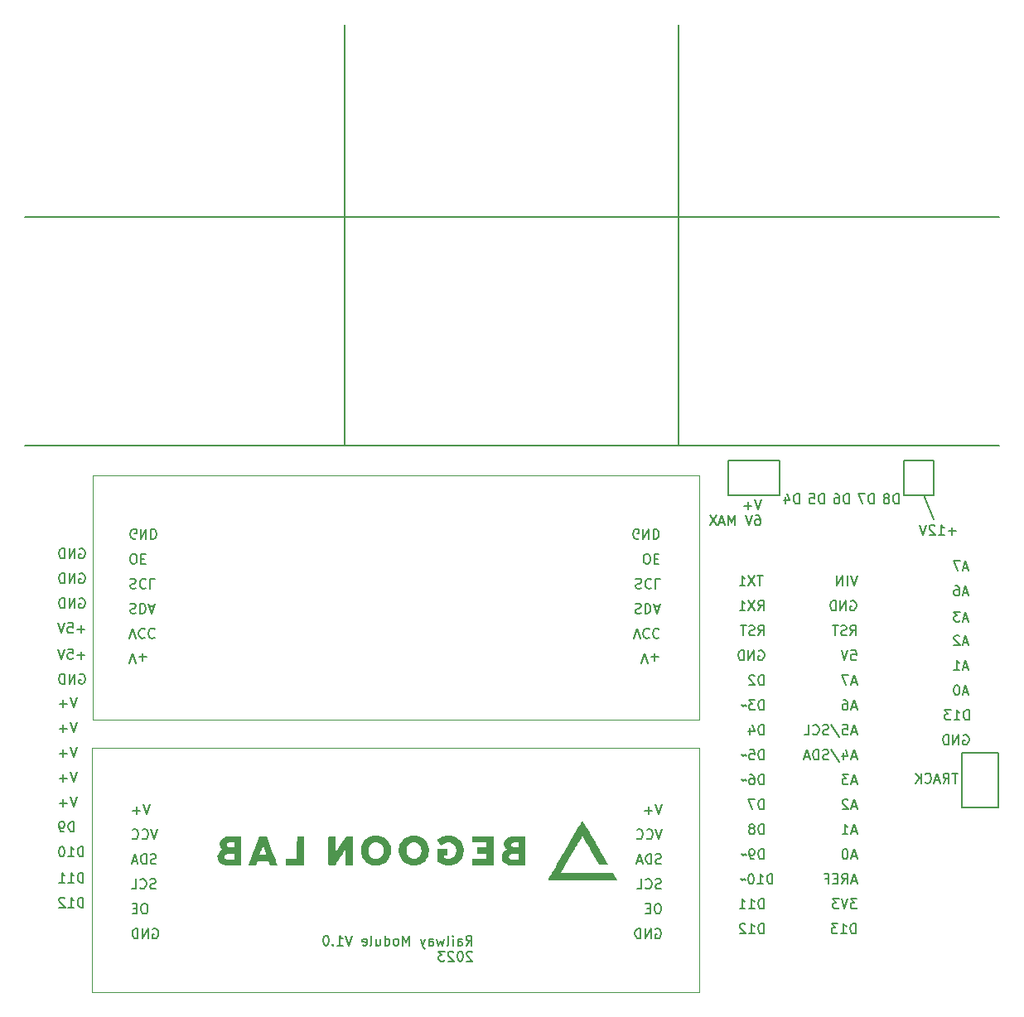
<source format=gbr>
%TF.GenerationSoftware,KiCad,Pcbnew,6.0.10-86aedd382b~118~ubuntu22.10.1*%
%TF.CreationDate,2023-02-15T12:29:17+01:00*%
%TF.ProjectId,railway,7261696c-7761-4792-9e6b-696361645f70,rev?*%
%TF.SameCoordinates,Original*%
%TF.FileFunction,Legend,Bot*%
%TF.FilePolarity,Positive*%
%FSLAX46Y46*%
G04 Gerber Fmt 4.6, Leading zero omitted, Abs format (unit mm)*
G04 Created by KiCad (PCBNEW 6.0.10-86aedd382b~118~ubuntu22.10.1) date 2023-02-15 12:29:17*
%MOMM*%
%LPD*%
G01*
G04 APERTURE LIST*
%ADD10C,0.150000*%
%ADD11C,0.120000*%
G04 APERTURE END LIST*
D10*
X97028000Y-30607000D02*
X97028000Y-73533000D01*
X62865000Y-30607000D02*
X62865000Y-73533000D01*
X30226000Y-50292000D02*
X129794000Y-50292000D01*
X107315000Y-75184000D02*
X102108000Y-75184000D01*
X102108000Y-75184000D02*
X102108000Y-78740000D01*
X102108000Y-78740000D02*
X107315000Y-78740000D01*
X107315000Y-78740000D02*
X107315000Y-75184000D01*
X129667000Y-105029000D02*
X125984000Y-105029000D01*
X125984000Y-105029000D02*
X125984000Y-110617000D01*
X125984000Y-110617000D02*
X129667000Y-110617000D01*
X129667000Y-110617000D02*
X129667000Y-105029000D01*
X122047000Y-78740000D02*
X123063000Y-81153000D01*
X30226000Y-73660000D02*
X129794000Y-73660000D01*
X123063000Y-75184000D02*
X120015000Y-75184000D01*
X120015000Y-75184000D02*
X120015000Y-78740000D01*
X120015000Y-78740000D02*
X123063000Y-78740000D01*
X123063000Y-78740000D02*
X123063000Y-75184000D01*
X105471261Y-79165380D02*
X105137928Y-80165380D01*
X104804595Y-79165380D01*
X104471261Y-79784428D02*
X103709357Y-79784428D01*
X104090309Y-80165380D02*
X104090309Y-79403476D01*
X104899833Y-80775380D02*
X105090309Y-80775380D01*
X105185547Y-80823000D01*
X105233166Y-80870619D01*
X105328404Y-81013476D01*
X105376023Y-81203952D01*
X105376023Y-81584904D01*
X105328404Y-81680142D01*
X105280785Y-81727761D01*
X105185547Y-81775380D01*
X104995071Y-81775380D01*
X104899833Y-81727761D01*
X104852214Y-81680142D01*
X104804595Y-81584904D01*
X104804595Y-81346809D01*
X104852214Y-81251571D01*
X104899833Y-81203952D01*
X104995071Y-81156333D01*
X105185547Y-81156333D01*
X105280785Y-81203952D01*
X105328404Y-81251571D01*
X105376023Y-81346809D01*
X104518880Y-80775380D02*
X104185547Y-81775380D01*
X103852214Y-80775380D01*
X102756976Y-81775380D02*
X102756976Y-80775380D01*
X102423642Y-81489666D01*
X102090309Y-80775380D01*
X102090309Y-81775380D01*
X101661738Y-81489666D02*
X101185547Y-81489666D01*
X101756976Y-81775380D02*
X101423642Y-80775380D01*
X101090309Y-81775380D01*
X100852214Y-80775380D02*
X100185547Y-81775380D01*
X100185547Y-80775380D02*
X100852214Y-81775380D01*
X114403095Y-79573380D02*
X114403095Y-78573380D01*
X114165000Y-78573380D01*
X114022142Y-78621000D01*
X113926904Y-78716238D01*
X113879285Y-78811476D01*
X113831666Y-79001952D01*
X113831666Y-79144809D01*
X113879285Y-79335285D01*
X113926904Y-79430523D01*
X114022142Y-79525761D01*
X114165000Y-79573380D01*
X114403095Y-79573380D01*
X112974523Y-78573380D02*
X113165000Y-78573380D01*
X113260238Y-78621000D01*
X113307857Y-78668619D01*
X113403095Y-78811476D01*
X113450714Y-79001952D01*
X113450714Y-79382904D01*
X113403095Y-79478142D01*
X113355476Y-79525761D01*
X113260238Y-79573380D01*
X113069761Y-79573380D01*
X112974523Y-79525761D01*
X112926904Y-79478142D01*
X112879285Y-79382904D01*
X112879285Y-79144809D01*
X112926904Y-79049571D01*
X112974523Y-79001952D01*
X113069761Y-78954333D01*
X113260238Y-78954333D01*
X113355476Y-79001952D01*
X113403095Y-79049571D01*
X113450714Y-79144809D01*
X125332904Y-82367428D02*
X124571000Y-82367428D01*
X124951952Y-82748380D02*
X124951952Y-81986476D01*
X123571000Y-82748380D02*
X124142428Y-82748380D01*
X123856714Y-82748380D02*
X123856714Y-81748380D01*
X123951952Y-81891238D01*
X124047190Y-81986476D01*
X124142428Y-82034095D01*
X123190047Y-81843619D02*
X123142428Y-81796000D01*
X123047190Y-81748380D01*
X122809095Y-81748380D01*
X122713857Y-81796000D01*
X122666238Y-81843619D01*
X122618619Y-81938857D01*
X122618619Y-82034095D01*
X122666238Y-82176952D01*
X123237666Y-82748380D01*
X122618619Y-82748380D01*
X122332904Y-81748380D02*
X121999571Y-82748380D01*
X121666238Y-81748380D01*
X119483095Y-79573380D02*
X119483095Y-78573380D01*
X119245000Y-78573380D01*
X119102142Y-78621000D01*
X119006904Y-78716238D01*
X118959285Y-78811476D01*
X118911666Y-79001952D01*
X118911666Y-79144809D01*
X118959285Y-79335285D01*
X119006904Y-79430523D01*
X119102142Y-79525761D01*
X119245000Y-79573380D01*
X119483095Y-79573380D01*
X118340238Y-79001952D02*
X118435476Y-78954333D01*
X118483095Y-78906714D01*
X118530714Y-78811476D01*
X118530714Y-78763857D01*
X118483095Y-78668619D01*
X118435476Y-78621000D01*
X118340238Y-78573380D01*
X118149761Y-78573380D01*
X118054523Y-78621000D01*
X118006904Y-78668619D01*
X117959285Y-78763857D01*
X117959285Y-78811476D01*
X118006904Y-78906714D01*
X118054523Y-78954333D01*
X118149761Y-79001952D01*
X118340238Y-79001952D01*
X118435476Y-79049571D01*
X118483095Y-79097190D01*
X118530714Y-79192428D01*
X118530714Y-79382904D01*
X118483095Y-79478142D01*
X118435476Y-79525761D01*
X118340238Y-79573380D01*
X118149761Y-79573380D01*
X118054523Y-79525761D01*
X118006904Y-79478142D01*
X117959285Y-79382904D01*
X117959285Y-79192428D01*
X118006904Y-79097190D01*
X118054523Y-79049571D01*
X118149761Y-79001952D01*
X35784214Y-84209000D02*
X35879452Y-84161380D01*
X36022309Y-84161380D01*
X36165166Y-84209000D01*
X36260404Y-84304238D01*
X36308023Y-84399476D01*
X36355642Y-84589952D01*
X36355642Y-84732809D01*
X36308023Y-84923285D01*
X36260404Y-85018523D01*
X36165166Y-85113761D01*
X36022309Y-85161380D01*
X35927071Y-85161380D01*
X35784214Y-85113761D01*
X35736595Y-85066142D01*
X35736595Y-84732809D01*
X35927071Y-84732809D01*
X35308023Y-85161380D02*
X35308023Y-84161380D01*
X34736595Y-85161380D01*
X34736595Y-84161380D01*
X34260404Y-85161380D02*
X34260404Y-84161380D01*
X34022309Y-84161380D01*
X33879452Y-84209000D01*
X33784214Y-84304238D01*
X33736595Y-84399476D01*
X33688976Y-84589952D01*
X33688976Y-84732809D01*
X33736595Y-84923285D01*
X33784214Y-85018523D01*
X33879452Y-85113761D01*
X34022309Y-85161380D01*
X34260404Y-85161380D01*
X75292976Y-124742380D02*
X75626309Y-124266190D01*
X75864404Y-124742380D02*
X75864404Y-123742380D01*
X75483452Y-123742380D01*
X75388214Y-123790000D01*
X75340595Y-123837619D01*
X75292976Y-123932857D01*
X75292976Y-124075714D01*
X75340595Y-124170952D01*
X75388214Y-124218571D01*
X75483452Y-124266190D01*
X75864404Y-124266190D01*
X74435833Y-124742380D02*
X74435833Y-124218571D01*
X74483452Y-124123333D01*
X74578690Y-124075714D01*
X74769166Y-124075714D01*
X74864404Y-124123333D01*
X74435833Y-124694761D02*
X74531071Y-124742380D01*
X74769166Y-124742380D01*
X74864404Y-124694761D01*
X74912023Y-124599523D01*
X74912023Y-124504285D01*
X74864404Y-124409047D01*
X74769166Y-124361428D01*
X74531071Y-124361428D01*
X74435833Y-124313809D01*
X73959642Y-124742380D02*
X73959642Y-124075714D01*
X73959642Y-123742380D02*
X74007261Y-123790000D01*
X73959642Y-123837619D01*
X73912023Y-123790000D01*
X73959642Y-123742380D01*
X73959642Y-123837619D01*
X73340595Y-124742380D02*
X73435833Y-124694761D01*
X73483452Y-124599523D01*
X73483452Y-123742380D01*
X73054880Y-124075714D02*
X72864404Y-124742380D01*
X72673928Y-124266190D01*
X72483452Y-124742380D01*
X72292976Y-124075714D01*
X71483452Y-124742380D02*
X71483452Y-124218571D01*
X71531071Y-124123333D01*
X71626309Y-124075714D01*
X71816785Y-124075714D01*
X71912023Y-124123333D01*
X71483452Y-124694761D02*
X71578690Y-124742380D01*
X71816785Y-124742380D01*
X71912023Y-124694761D01*
X71959642Y-124599523D01*
X71959642Y-124504285D01*
X71912023Y-124409047D01*
X71816785Y-124361428D01*
X71578690Y-124361428D01*
X71483452Y-124313809D01*
X71102500Y-124075714D02*
X70864404Y-124742380D01*
X70626309Y-124075714D02*
X70864404Y-124742380D01*
X70959642Y-124980476D01*
X71007261Y-125028095D01*
X71102500Y-125075714D01*
X69483452Y-124742380D02*
X69483452Y-123742380D01*
X69150119Y-124456666D01*
X68816785Y-123742380D01*
X68816785Y-124742380D01*
X68197738Y-124742380D02*
X68292976Y-124694761D01*
X68340595Y-124647142D01*
X68388214Y-124551904D01*
X68388214Y-124266190D01*
X68340595Y-124170952D01*
X68292976Y-124123333D01*
X68197738Y-124075714D01*
X68054880Y-124075714D01*
X67959642Y-124123333D01*
X67912023Y-124170952D01*
X67864404Y-124266190D01*
X67864404Y-124551904D01*
X67912023Y-124647142D01*
X67959642Y-124694761D01*
X68054880Y-124742380D01*
X68197738Y-124742380D01*
X67007261Y-124742380D02*
X67007261Y-123742380D01*
X67007261Y-124694761D02*
X67102500Y-124742380D01*
X67292976Y-124742380D01*
X67388214Y-124694761D01*
X67435833Y-124647142D01*
X67483452Y-124551904D01*
X67483452Y-124266190D01*
X67435833Y-124170952D01*
X67388214Y-124123333D01*
X67292976Y-124075714D01*
X67102500Y-124075714D01*
X67007261Y-124123333D01*
X66102500Y-124075714D02*
X66102500Y-124742380D01*
X66531071Y-124075714D02*
X66531071Y-124599523D01*
X66483452Y-124694761D01*
X66388214Y-124742380D01*
X66245357Y-124742380D01*
X66150119Y-124694761D01*
X66102500Y-124647142D01*
X65483452Y-124742380D02*
X65578690Y-124694761D01*
X65626309Y-124599523D01*
X65626309Y-123742380D01*
X64721547Y-124694761D02*
X64816785Y-124742380D01*
X65007261Y-124742380D01*
X65102500Y-124694761D01*
X65150119Y-124599523D01*
X65150119Y-124218571D01*
X65102500Y-124123333D01*
X65007261Y-124075714D01*
X64816785Y-124075714D01*
X64721547Y-124123333D01*
X64673928Y-124218571D01*
X64673928Y-124313809D01*
X65150119Y-124409047D01*
X63626309Y-123742380D02*
X63292976Y-124742380D01*
X62959642Y-123742380D01*
X62102500Y-124742380D02*
X62673928Y-124742380D01*
X62388214Y-124742380D02*
X62388214Y-123742380D01*
X62483452Y-123885238D01*
X62578690Y-123980476D01*
X62673928Y-124028095D01*
X61673928Y-124647142D02*
X61626309Y-124694761D01*
X61673928Y-124742380D01*
X61721547Y-124694761D01*
X61673928Y-124647142D01*
X61673928Y-124742380D01*
X61007261Y-123742380D02*
X60912023Y-123742380D01*
X60816785Y-123790000D01*
X60769166Y-123837619D01*
X60721547Y-123932857D01*
X60673928Y-124123333D01*
X60673928Y-124361428D01*
X60721547Y-124551904D01*
X60769166Y-124647142D01*
X60816785Y-124694761D01*
X60912023Y-124742380D01*
X61007261Y-124742380D01*
X61102500Y-124694761D01*
X61150119Y-124647142D01*
X61197738Y-124551904D01*
X61245357Y-124361428D01*
X61245357Y-124123333D01*
X61197738Y-123932857D01*
X61150119Y-123837619D01*
X61102500Y-123790000D01*
X61007261Y-123742380D01*
X75912023Y-125447619D02*
X75864404Y-125400000D01*
X75769166Y-125352380D01*
X75531071Y-125352380D01*
X75435833Y-125400000D01*
X75388214Y-125447619D01*
X75340595Y-125542857D01*
X75340595Y-125638095D01*
X75388214Y-125780952D01*
X75959642Y-126352380D01*
X75340595Y-126352380D01*
X74721547Y-125352380D02*
X74626309Y-125352380D01*
X74531071Y-125400000D01*
X74483452Y-125447619D01*
X74435833Y-125542857D01*
X74388214Y-125733333D01*
X74388214Y-125971428D01*
X74435833Y-126161904D01*
X74483452Y-126257142D01*
X74531071Y-126304761D01*
X74626309Y-126352380D01*
X74721547Y-126352380D01*
X74816785Y-126304761D01*
X74864404Y-126257142D01*
X74912023Y-126161904D01*
X74959642Y-125971428D01*
X74959642Y-125733333D01*
X74912023Y-125542857D01*
X74864404Y-125447619D01*
X74816785Y-125400000D01*
X74721547Y-125352380D01*
X74007261Y-125447619D02*
X73959642Y-125400000D01*
X73864404Y-125352380D01*
X73626309Y-125352380D01*
X73531071Y-125400000D01*
X73483452Y-125447619D01*
X73435833Y-125542857D01*
X73435833Y-125638095D01*
X73483452Y-125780952D01*
X74054880Y-126352380D01*
X73435833Y-126352380D01*
X73102500Y-125352380D02*
X72483452Y-125352380D01*
X72816785Y-125733333D01*
X72673928Y-125733333D01*
X72578690Y-125780952D01*
X72531071Y-125828571D01*
X72483452Y-125923809D01*
X72483452Y-126161904D01*
X72531071Y-126257142D01*
X72578690Y-126304761D01*
X72673928Y-126352380D01*
X72959642Y-126352380D01*
X73054880Y-126304761D01*
X73102500Y-126257142D01*
X36165166Y-120848380D02*
X36165166Y-119848380D01*
X35927071Y-119848380D01*
X35784214Y-119896000D01*
X35688976Y-119991238D01*
X35641357Y-120086476D01*
X35593738Y-120276952D01*
X35593738Y-120419809D01*
X35641357Y-120610285D01*
X35688976Y-120705523D01*
X35784214Y-120800761D01*
X35927071Y-120848380D01*
X36165166Y-120848380D01*
X34641357Y-120848380D02*
X35212785Y-120848380D01*
X34927071Y-120848380D02*
X34927071Y-119848380D01*
X35022309Y-119991238D01*
X35117547Y-120086476D01*
X35212785Y-120134095D01*
X34260404Y-119943619D02*
X34212785Y-119896000D01*
X34117547Y-119848380D01*
X33879452Y-119848380D01*
X33784214Y-119896000D01*
X33736595Y-119943619D01*
X33688976Y-120038857D01*
X33688976Y-120134095D01*
X33736595Y-120276952D01*
X34308023Y-120848380D01*
X33688976Y-120848380D01*
X36165166Y-118308380D02*
X36165166Y-117308380D01*
X35927071Y-117308380D01*
X35784214Y-117356000D01*
X35688976Y-117451238D01*
X35641357Y-117546476D01*
X35593738Y-117736952D01*
X35593738Y-117879809D01*
X35641357Y-118070285D01*
X35688976Y-118165523D01*
X35784214Y-118260761D01*
X35927071Y-118308380D01*
X36165166Y-118308380D01*
X34641357Y-118308380D02*
X35212785Y-118308380D01*
X34927071Y-118308380D02*
X34927071Y-117308380D01*
X35022309Y-117451238D01*
X35117547Y-117546476D01*
X35212785Y-117594095D01*
X33688976Y-118308380D02*
X34260404Y-118308380D01*
X33974690Y-118308380D02*
X33974690Y-117308380D01*
X34069928Y-117451238D01*
X34165166Y-117546476D01*
X34260404Y-117594095D01*
X35498500Y-101941380D02*
X35165166Y-102941380D01*
X34831833Y-101941380D01*
X34498500Y-102560428D02*
X33736595Y-102560428D01*
X34117547Y-102941380D02*
X34117547Y-102179476D01*
X126571285Y-86145666D02*
X126095095Y-86145666D01*
X126666523Y-86431380D02*
X126333190Y-85431380D01*
X125999857Y-86431380D01*
X125761761Y-85431380D02*
X125095095Y-85431380D01*
X125523666Y-86431380D01*
X35498500Y-109561380D02*
X35165166Y-110561380D01*
X34831833Y-109561380D01*
X34498500Y-110180428D02*
X33736595Y-110180428D01*
X34117547Y-110561380D02*
X34117547Y-109799476D01*
X35784214Y-86749000D02*
X35879452Y-86701380D01*
X36022309Y-86701380D01*
X36165166Y-86749000D01*
X36260404Y-86844238D01*
X36308023Y-86939476D01*
X36355642Y-87129952D01*
X36355642Y-87272809D01*
X36308023Y-87463285D01*
X36260404Y-87558523D01*
X36165166Y-87653761D01*
X36022309Y-87701380D01*
X35927071Y-87701380D01*
X35784214Y-87653761D01*
X35736595Y-87606142D01*
X35736595Y-87272809D01*
X35927071Y-87272809D01*
X35308023Y-87701380D02*
X35308023Y-86701380D01*
X34736595Y-87701380D01*
X34736595Y-86701380D01*
X34260404Y-87701380D02*
X34260404Y-86701380D01*
X34022309Y-86701380D01*
X33879452Y-86749000D01*
X33784214Y-86844238D01*
X33736595Y-86939476D01*
X33688976Y-87129952D01*
X33688976Y-87272809D01*
X33736595Y-87463285D01*
X33784214Y-87558523D01*
X33879452Y-87653761D01*
X34022309Y-87701380D01*
X34260404Y-87701380D01*
X35212785Y-113101380D02*
X35212785Y-112101380D01*
X34974690Y-112101380D01*
X34831833Y-112149000D01*
X34736595Y-112244238D01*
X34688976Y-112339476D01*
X34641357Y-112529952D01*
X34641357Y-112672809D01*
X34688976Y-112863285D01*
X34736595Y-112958523D01*
X34831833Y-113053761D01*
X34974690Y-113101380D01*
X35212785Y-113101380D01*
X34165166Y-113101380D02*
X33974690Y-113101380D01*
X33879452Y-113053761D01*
X33831833Y-113006142D01*
X33736595Y-112863285D01*
X33688976Y-112672809D01*
X33688976Y-112291857D01*
X33736595Y-112196619D01*
X33784214Y-112149000D01*
X33879452Y-112101380D01*
X34069928Y-112101380D01*
X34165166Y-112149000D01*
X34212785Y-112196619D01*
X34260404Y-112291857D01*
X34260404Y-112529952D01*
X34212785Y-112625190D01*
X34165166Y-112672809D01*
X34069928Y-112720428D01*
X33879452Y-112720428D01*
X33784214Y-112672809D01*
X33736595Y-112625190D01*
X33688976Y-112529952D01*
X111863095Y-79573380D02*
X111863095Y-78573380D01*
X111625000Y-78573380D01*
X111482142Y-78621000D01*
X111386904Y-78716238D01*
X111339285Y-78811476D01*
X111291666Y-79001952D01*
X111291666Y-79144809D01*
X111339285Y-79335285D01*
X111386904Y-79430523D01*
X111482142Y-79525761D01*
X111625000Y-79573380D01*
X111863095Y-79573380D01*
X110386904Y-78573380D02*
X110863095Y-78573380D01*
X110910714Y-79049571D01*
X110863095Y-79001952D01*
X110767857Y-78954333D01*
X110529761Y-78954333D01*
X110434523Y-79001952D01*
X110386904Y-79049571D01*
X110339285Y-79144809D01*
X110339285Y-79382904D01*
X110386904Y-79478142D01*
X110434523Y-79525761D01*
X110529761Y-79573380D01*
X110767857Y-79573380D01*
X110863095Y-79525761D01*
X110910714Y-79478142D01*
X35498500Y-104481380D02*
X35165166Y-105481380D01*
X34831833Y-104481380D01*
X34498500Y-105100428D02*
X33736595Y-105100428D01*
X34117547Y-105481380D02*
X34117547Y-104719476D01*
X36308023Y-92400428D02*
X35546119Y-92400428D01*
X35927071Y-92781380D02*
X35927071Y-92019476D01*
X34593738Y-91781380D02*
X35069928Y-91781380D01*
X35117547Y-92257571D01*
X35069928Y-92209952D01*
X34974690Y-92162333D01*
X34736595Y-92162333D01*
X34641357Y-92209952D01*
X34593738Y-92257571D01*
X34546119Y-92352809D01*
X34546119Y-92590904D01*
X34593738Y-92686142D01*
X34641357Y-92733761D01*
X34736595Y-92781380D01*
X34974690Y-92781380D01*
X35069928Y-92733761D01*
X35117547Y-92686142D01*
X34260404Y-91781380D02*
X33927071Y-92781380D01*
X33593738Y-91781380D01*
X35784214Y-97036000D02*
X35879452Y-96988380D01*
X36022309Y-96988380D01*
X36165166Y-97036000D01*
X36260404Y-97131238D01*
X36308023Y-97226476D01*
X36355642Y-97416952D01*
X36355642Y-97559809D01*
X36308023Y-97750285D01*
X36260404Y-97845523D01*
X36165166Y-97940761D01*
X36022309Y-97988380D01*
X35927071Y-97988380D01*
X35784214Y-97940761D01*
X35736595Y-97893142D01*
X35736595Y-97559809D01*
X35927071Y-97559809D01*
X35308023Y-97988380D02*
X35308023Y-96988380D01*
X34736595Y-97988380D01*
X34736595Y-96988380D01*
X34260404Y-97988380D02*
X34260404Y-96988380D01*
X34022309Y-96988380D01*
X33879452Y-97036000D01*
X33784214Y-97131238D01*
X33736595Y-97226476D01*
X33688976Y-97416952D01*
X33688976Y-97559809D01*
X33736595Y-97750285D01*
X33784214Y-97845523D01*
X33879452Y-97940761D01*
X34022309Y-97988380D01*
X34260404Y-97988380D01*
X35784214Y-89289000D02*
X35879452Y-89241380D01*
X36022309Y-89241380D01*
X36165166Y-89289000D01*
X36260404Y-89384238D01*
X36308023Y-89479476D01*
X36355642Y-89669952D01*
X36355642Y-89812809D01*
X36308023Y-90003285D01*
X36260404Y-90098523D01*
X36165166Y-90193761D01*
X36022309Y-90241380D01*
X35927071Y-90241380D01*
X35784214Y-90193761D01*
X35736595Y-90146142D01*
X35736595Y-89812809D01*
X35927071Y-89812809D01*
X35308023Y-90241380D02*
X35308023Y-89241380D01*
X34736595Y-90241380D01*
X34736595Y-89241380D01*
X34260404Y-90241380D02*
X34260404Y-89241380D01*
X34022309Y-89241380D01*
X33879452Y-89289000D01*
X33784214Y-89384238D01*
X33736595Y-89479476D01*
X33688976Y-89669952D01*
X33688976Y-89812809D01*
X33736595Y-90003285D01*
X33784214Y-90098523D01*
X33879452Y-90193761D01*
X34022309Y-90241380D01*
X34260404Y-90241380D01*
X126571285Y-93765666D02*
X126095095Y-93765666D01*
X126666523Y-94051380D02*
X126333190Y-93051380D01*
X125999857Y-94051380D01*
X125714142Y-93146619D02*
X125666523Y-93099000D01*
X125571285Y-93051380D01*
X125333190Y-93051380D01*
X125237952Y-93099000D01*
X125190333Y-93146619D01*
X125142714Y-93241857D01*
X125142714Y-93337095D01*
X125190333Y-93479952D01*
X125761761Y-94051380D01*
X125142714Y-94051380D01*
X36308023Y-95067428D02*
X35546119Y-95067428D01*
X35927071Y-95448380D02*
X35927071Y-94686476D01*
X34593738Y-94448380D02*
X35069928Y-94448380D01*
X35117547Y-94924571D01*
X35069928Y-94876952D01*
X34974690Y-94829333D01*
X34736595Y-94829333D01*
X34641357Y-94876952D01*
X34593738Y-94924571D01*
X34546119Y-95019809D01*
X34546119Y-95257904D01*
X34593738Y-95353142D01*
X34641357Y-95400761D01*
X34736595Y-95448380D01*
X34974690Y-95448380D01*
X35069928Y-95400761D01*
X35117547Y-95353142D01*
X34260404Y-94448380D02*
X33927071Y-95448380D01*
X33593738Y-94448380D01*
X126110904Y-103259000D02*
X126206142Y-103211380D01*
X126349000Y-103211380D01*
X126491857Y-103259000D01*
X126587095Y-103354238D01*
X126634714Y-103449476D01*
X126682333Y-103639952D01*
X126682333Y-103782809D01*
X126634714Y-103973285D01*
X126587095Y-104068523D01*
X126491857Y-104163761D01*
X126349000Y-104211380D01*
X126253761Y-104211380D01*
X126110904Y-104163761D01*
X126063285Y-104116142D01*
X126063285Y-103782809D01*
X126253761Y-103782809D01*
X125634714Y-104211380D02*
X125634714Y-103211380D01*
X125063285Y-104211380D01*
X125063285Y-103211380D01*
X124587095Y-104211380D02*
X124587095Y-103211380D01*
X124349000Y-103211380D01*
X124206142Y-103259000D01*
X124110904Y-103354238D01*
X124063285Y-103449476D01*
X124015666Y-103639952D01*
X124015666Y-103782809D01*
X124063285Y-103973285D01*
X124110904Y-104068523D01*
X124206142Y-104163761D01*
X124349000Y-104211380D01*
X124587095Y-104211380D01*
X126571285Y-98845666D02*
X126095095Y-98845666D01*
X126666523Y-99131380D02*
X126333190Y-98131380D01*
X125999857Y-99131380D01*
X125476047Y-98131380D02*
X125380809Y-98131380D01*
X125285571Y-98179000D01*
X125237952Y-98226619D01*
X125190333Y-98321857D01*
X125142714Y-98512333D01*
X125142714Y-98750428D01*
X125190333Y-98940904D01*
X125237952Y-99036142D01*
X125285571Y-99083761D01*
X125380809Y-99131380D01*
X125476047Y-99131380D01*
X125571285Y-99083761D01*
X125618904Y-99036142D01*
X125666523Y-98940904D01*
X125714142Y-98750428D01*
X125714142Y-98512333D01*
X125666523Y-98321857D01*
X125618904Y-98226619D01*
X125571285Y-98179000D01*
X125476047Y-98131380D01*
X109323095Y-79573380D02*
X109323095Y-78573380D01*
X109085000Y-78573380D01*
X108942142Y-78621000D01*
X108846904Y-78716238D01*
X108799285Y-78811476D01*
X108751666Y-79001952D01*
X108751666Y-79144809D01*
X108799285Y-79335285D01*
X108846904Y-79430523D01*
X108942142Y-79525761D01*
X109085000Y-79573380D01*
X109323095Y-79573380D01*
X107894523Y-78906714D02*
X107894523Y-79573380D01*
X108132619Y-78525761D02*
X108370714Y-79240047D01*
X107751666Y-79240047D01*
X126571285Y-88685666D02*
X126095095Y-88685666D01*
X126666523Y-88971380D02*
X126333190Y-87971380D01*
X125999857Y-88971380D01*
X125237952Y-87971380D02*
X125428428Y-87971380D01*
X125523666Y-88019000D01*
X125571285Y-88066619D01*
X125666523Y-88209476D01*
X125714142Y-88399952D01*
X125714142Y-88780904D01*
X125666523Y-88876142D01*
X125618904Y-88923761D01*
X125523666Y-88971380D01*
X125333190Y-88971380D01*
X125237952Y-88923761D01*
X125190333Y-88876142D01*
X125142714Y-88780904D01*
X125142714Y-88542809D01*
X125190333Y-88447571D01*
X125237952Y-88399952D01*
X125333190Y-88352333D01*
X125523666Y-88352333D01*
X125618904Y-88399952D01*
X125666523Y-88447571D01*
X125714142Y-88542809D01*
X126571285Y-96305666D02*
X126095095Y-96305666D01*
X126666523Y-96591380D02*
X126333190Y-95591380D01*
X125999857Y-96591380D01*
X125142714Y-96591380D02*
X125714142Y-96591380D01*
X125428428Y-96591380D02*
X125428428Y-95591380D01*
X125523666Y-95734238D01*
X125618904Y-95829476D01*
X125714142Y-95877095D01*
X126571285Y-91352666D02*
X126095095Y-91352666D01*
X126666523Y-91638380D02*
X126333190Y-90638380D01*
X125999857Y-91638380D01*
X125761761Y-90638380D02*
X125142714Y-90638380D01*
X125476047Y-91019333D01*
X125333190Y-91019333D01*
X125237952Y-91066952D01*
X125190333Y-91114571D01*
X125142714Y-91209809D01*
X125142714Y-91447904D01*
X125190333Y-91543142D01*
X125237952Y-91590761D01*
X125333190Y-91638380D01*
X125618904Y-91638380D01*
X125714142Y-91590761D01*
X125761761Y-91543142D01*
X125531285Y-107148380D02*
X124959857Y-107148380D01*
X125245571Y-108148380D02*
X125245571Y-107148380D01*
X124055095Y-108148380D02*
X124388428Y-107672190D01*
X124626523Y-108148380D02*
X124626523Y-107148380D01*
X124245571Y-107148380D01*
X124150333Y-107196000D01*
X124102714Y-107243619D01*
X124055095Y-107338857D01*
X124055095Y-107481714D01*
X124102714Y-107576952D01*
X124150333Y-107624571D01*
X124245571Y-107672190D01*
X124626523Y-107672190D01*
X123674142Y-107862666D02*
X123197952Y-107862666D01*
X123769380Y-108148380D02*
X123436047Y-107148380D01*
X123102714Y-108148380D01*
X122197952Y-108053142D02*
X122245571Y-108100761D01*
X122388428Y-108148380D01*
X122483666Y-108148380D01*
X122626523Y-108100761D01*
X122721761Y-108005523D01*
X122769380Y-107910285D01*
X122817000Y-107719809D01*
X122817000Y-107576952D01*
X122769380Y-107386476D01*
X122721761Y-107291238D01*
X122626523Y-107196000D01*
X122483666Y-107148380D01*
X122388428Y-107148380D01*
X122245571Y-107196000D01*
X122197952Y-107243619D01*
X121769380Y-108148380D02*
X121769380Y-107148380D01*
X121197952Y-108148380D02*
X121626523Y-107576952D01*
X121197952Y-107148380D02*
X121769380Y-107719809D01*
X35498500Y-107021380D02*
X35165166Y-108021380D01*
X34831833Y-107021380D01*
X34498500Y-107640428D02*
X33736595Y-107640428D01*
X34117547Y-108021380D02*
X34117547Y-107259476D01*
X35498500Y-99401380D02*
X35165166Y-100401380D01*
X34831833Y-99401380D01*
X34498500Y-100020428D02*
X33736595Y-100020428D01*
X34117547Y-100401380D02*
X34117547Y-99639476D01*
X116943095Y-79573380D02*
X116943095Y-78573380D01*
X116705000Y-78573380D01*
X116562142Y-78621000D01*
X116466904Y-78716238D01*
X116419285Y-78811476D01*
X116371666Y-79001952D01*
X116371666Y-79144809D01*
X116419285Y-79335285D01*
X116466904Y-79430523D01*
X116562142Y-79525761D01*
X116705000Y-79573380D01*
X116943095Y-79573380D01*
X116038333Y-78573380D02*
X115371666Y-78573380D01*
X115800238Y-79573380D01*
X36165166Y-115641380D02*
X36165166Y-114641380D01*
X35927071Y-114641380D01*
X35784214Y-114689000D01*
X35688976Y-114784238D01*
X35641357Y-114879476D01*
X35593738Y-115069952D01*
X35593738Y-115212809D01*
X35641357Y-115403285D01*
X35688976Y-115498523D01*
X35784214Y-115593761D01*
X35927071Y-115641380D01*
X36165166Y-115641380D01*
X34641357Y-115641380D02*
X35212785Y-115641380D01*
X34927071Y-115641380D02*
X34927071Y-114641380D01*
X35022309Y-114784238D01*
X35117547Y-114879476D01*
X35212785Y-114927095D01*
X34022309Y-114641380D02*
X33927071Y-114641380D01*
X33831833Y-114689000D01*
X33784214Y-114736619D01*
X33736595Y-114831857D01*
X33688976Y-115022333D01*
X33688976Y-115260428D01*
X33736595Y-115450904D01*
X33784214Y-115546142D01*
X33831833Y-115593761D01*
X33927071Y-115641380D01*
X34022309Y-115641380D01*
X34117547Y-115593761D01*
X34165166Y-115546142D01*
X34212785Y-115450904D01*
X34260404Y-115260428D01*
X34260404Y-115022333D01*
X34212785Y-114831857D01*
X34165166Y-114736619D01*
X34117547Y-114689000D01*
X34022309Y-114641380D01*
X126690285Y-101671380D02*
X126690285Y-100671380D01*
X126452190Y-100671380D01*
X126309333Y-100719000D01*
X126214095Y-100814238D01*
X126166476Y-100909476D01*
X126118857Y-101099952D01*
X126118857Y-101242809D01*
X126166476Y-101433285D01*
X126214095Y-101528523D01*
X126309333Y-101623761D01*
X126452190Y-101671380D01*
X126690285Y-101671380D01*
X125166476Y-101671380D02*
X125737904Y-101671380D01*
X125452190Y-101671380D02*
X125452190Y-100671380D01*
X125547428Y-100814238D01*
X125642666Y-100909476D01*
X125737904Y-100957095D01*
X124833142Y-100671380D02*
X124214095Y-100671380D01*
X124547428Y-101052333D01*
X124404571Y-101052333D01*
X124309333Y-101099952D01*
X124261714Y-101147571D01*
X124214095Y-101242809D01*
X124214095Y-101480904D01*
X124261714Y-101576142D01*
X124309333Y-101623761D01*
X124404571Y-101671380D01*
X124690285Y-101671380D01*
X124785523Y-101623761D01*
X124833142Y-101576142D01*
%TO.C,U2*%
X42991500Y-110323380D02*
X42658166Y-111323380D01*
X42324833Y-110323380D01*
X41991500Y-110942428D02*
X41229595Y-110942428D01*
X41610547Y-111323380D02*
X41610547Y-110561476D01*
X95216023Y-116355761D02*
X95073166Y-116403380D01*
X94835071Y-116403380D01*
X94739833Y-116355761D01*
X94692214Y-116308142D01*
X94644595Y-116212904D01*
X94644595Y-116117666D01*
X94692214Y-116022428D01*
X94739833Y-115974809D01*
X94835071Y-115927190D01*
X95025547Y-115879571D01*
X95120785Y-115831952D01*
X95168404Y-115784333D01*
X95216023Y-115689095D01*
X95216023Y-115593857D01*
X95168404Y-115498619D01*
X95120785Y-115451000D01*
X95025547Y-115403380D01*
X94787452Y-115403380D01*
X94644595Y-115451000D01*
X94216023Y-116403380D02*
X94216023Y-115403380D01*
X93977928Y-115403380D01*
X93835071Y-115451000D01*
X93739833Y-115546238D01*
X93692214Y-115641476D01*
X93644595Y-115831952D01*
X93644595Y-115974809D01*
X93692214Y-116165285D01*
X93739833Y-116260523D01*
X93835071Y-116355761D01*
X93977928Y-116403380D01*
X94216023Y-116403380D01*
X93263642Y-116117666D02*
X92787452Y-116117666D01*
X93358880Y-116403380D02*
X93025547Y-115403380D01*
X92692214Y-116403380D01*
X94977928Y-120483380D02*
X94787452Y-120483380D01*
X94692214Y-120531000D01*
X94596976Y-120626238D01*
X94549357Y-120816714D01*
X94549357Y-121150047D01*
X94596976Y-121340523D01*
X94692214Y-121435761D01*
X94787452Y-121483380D01*
X94977928Y-121483380D01*
X95073166Y-121435761D01*
X95168404Y-121340523D01*
X95216023Y-121150047D01*
X95216023Y-120816714D01*
X95168404Y-120626238D01*
X95073166Y-120531000D01*
X94977928Y-120483380D01*
X94120785Y-120959571D02*
X93787452Y-120959571D01*
X93644595Y-121483380D02*
X94120785Y-121483380D01*
X94120785Y-120483380D01*
X93644595Y-120483380D01*
X43562928Y-118895761D02*
X43420071Y-118943380D01*
X43181976Y-118943380D01*
X43086738Y-118895761D01*
X43039119Y-118848142D01*
X42991500Y-118752904D01*
X42991500Y-118657666D01*
X43039119Y-118562428D01*
X43086738Y-118514809D01*
X43181976Y-118467190D01*
X43372452Y-118419571D01*
X43467690Y-118371952D01*
X43515309Y-118324333D01*
X43562928Y-118229095D01*
X43562928Y-118133857D01*
X43515309Y-118038619D01*
X43467690Y-117991000D01*
X43372452Y-117943380D01*
X43134357Y-117943380D01*
X42991500Y-117991000D01*
X41991500Y-118848142D02*
X42039119Y-118895761D01*
X42181976Y-118943380D01*
X42277214Y-118943380D01*
X42420071Y-118895761D01*
X42515309Y-118800523D01*
X42562928Y-118705285D01*
X42610547Y-118514809D01*
X42610547Y-118371952D01*
X42562928Y-118181476D01*
X42515309Y-118086238D01*
X42420071Y-117991000D01*
X42277214Y-117943380D01*
X42181976Y-117943380D01*
X42039119Y-117991000D01*
X41991500Y-118038619D01*
X41086738Y-118943380D02*
X41562928Y-118943380D01*
X41562928Y-117943380D01*
X43277214Y-123071000D02*
X43372452Y-123023380D01*
X43515309Y-123023380D01*
X43658166Y-123071000D01*
X43753404Y-123166238D01*
X43801023Y-123261476D01*
X43848642Y-123451952D01*
X43848642Y-123594809D01*
X43801023Y-123785285D01*
X43753404Y-123880523D01*
X43658166Y-123975761D01*
X43515309Y-124023380D01*
X43420071Y-124023380D01*
X43277214Y-123975761D01*
X43229595Y-123928142D01*
X43229595Y-123594809D01*
X43420071Y-123594809D01*
X42801023Y-124023380D02*
X42801023Y-123023380D01*
X42229595Y-124023380D01*
X42229595Y-123023380D01*
X41753404Y-124023380D02*
X41753404Y-123023380D01*
X41515309Y-123023380D01*
X41372452Y-123071000D01*
X41277214Y-123166238D01*
X41229595Y-123261476D01*
X41181976Y-123451952D01*
X41181976Y-123594809D01*
X41229595Y-123785285D01*
X41277214Y-123880523D01*
X41372452Y-123975761D01*
X41515309Y-124023380D01*
X41753404Y-124023380D01*
X94644595Y-123071000D02*
X94739833Y-123023380D01*
X94882690Y-123023380D01*
X95025547Y-123071000D01*
X95120785Y-123166238D01*
X95168404Y-123261476D01*
X95216023Y-123451952D01*
X95216023Y-123594809D01*
X95168404Y-123785285D01*
X95120785Y-123880523D01*
X95025547Y-123975761D01*
X94882690Y-124023380D01*
X94787452Y-124023380D01*
X94644595Y-123975761D01*
X94596976Y-123928142D01*
X94596976Y-123594809D01*
X94787452Y-123594809D01*
X94168404Y-124023380D02*
X94168404Y-123023380D01*
X93596976Y-124023380D01*
X93596976Y-123023380D01*
X93120785Y-124023380D02*
X93120785Y-123023380D01*
X92882690Y-123023380D01*
X92739833Y-123071000D01*
X92644595Y-123166238D01*
X92596976Y-123261476D01*
X92549357Y-123451952D01*
X92549357Y-123594809D01*
X92596976Y-123785285D01*
X92644595Y-123880523D01*
X92739833Y-123975761D01*
X92882690Y-124023380D01*
X93120785Y-124023380D01*
X95216023Y-118895761D02*
X95073166Y-118943380D01*
X94835071Y-118943380D01*
X94739833Y-118895761D01*
X94692214Y-118848142D01*
X94644595Y-118752904D01*
X94644595Y-118657666D01*
X94692214Y-118562428D01*
X94739833Y-118514809D01*
X94835071Y-118467190D01*
X95025547Y-118419571D01*
X95120785Y-118371952D01*
X95168404Y-118324333D01*
X95216023Y-118229095D01*
X95216023Y-118133857D01*
X95168404Y-118038619D01*
X95120785Y-117991000D01*
X95025547Y-117943380D01*
X94787452Y-117943380D01*
X94644595Y-117991000D01*
X93644595Y-118848142D02*
X93692214Y-118895761D01*
X93835071Y-118943380D01*
X93930309Y-118943380D01*
X94073166Y-118895761D01*
X94168404Y-118800523D01*
X94216023Y-118705285D01*
X94263642Y-118514809D01*
X94263642Y-118371952D01*
X94216023Y-118181476D01*
X94168404Y-118086238D01*
X94073166Y-117991000D01*
X93930309Y-117943380D01*
X93835071Y-117943380D01*
X93692214Y-117991000D01*
X93644595Y-118038619D01*
X92739833Y-118943380D02*
X93216023Y-118943380D01*
X93216023Y-117943380D01*
X95311261Y-110323380D02*
X94977928Y-111323380D01*
X94644595Y-110323380D01*
X94311261Y-110942428D02*
X93549357Y-110942428D01*
X93930309Y-111323380D02*
X93930309Y-110561476D01*
X95311261Y-112863380D02*
X94977928Y-113863380D01*
X94644595Y-112863380D01*
X93739833Y-113768142D02*
X93787452Y-113815761D01*
X93930309Y-113863380D01*
X94025547Y-113863380D01*
X94168404Y-113815761D01*
X94263642Y-113720523D01*
X94311261Y-113625285D01*
X94358880Y-113434809D01*
X94358880Y-113291952D01*
X94311261Y-113101476D01*
X94263642Y-113006238D01*
X94168404Y-112911000D01*
X94025547Y-112863380D01*
X93930309Y-112863380D01*
X93787452Y-112911000D01*
X93739833Y-112958619D01*
X92739833Y-113768142D02*
X92787452Y-113815761D01*
X92930309Y-113863380D01*
X93025547Y-113863380D01*
X93168404Y-113815761D01*
X93263642Y-113720523D01*
X93311261Y-113625285D01*
X93358880Y-113434809D01*
X93358880Y-113291952D01*
X93311261Y-113101476D01*
X93263642Y-113006238D01*
X93168404Y-112911000D01*
X93025547Y-112863380D01*
X92930309Y-112863380D01*
X92787452Y-112911000D01*
X92739833Y-112958619D01*
X43753404Y-112863380D02*
X43420071Y-113863380D01*
X43086738Y-112863380D01*
X42181976Y-113768142D02*
X42229595Y-113815761D01*
X42372452Y-113863380D01*
X42467690Y-113863380D01*
X42610547Y-113815761D01*
X42705785Y-113720523D01*
X42753404Y-113625285D01*
X42801023Y-113434809D01*
X42801023Y-113291952D01*
X42753404Y-113101476D01*
X42705785Y-113006238D01*
X42610547Y-112911000D01*
X42467690Y-112863380D01*
X42372452Y-112863380D01*
X42229595Y-112911000D01*
X42181976Y-112958619D01*
X41181976Y-113768142D02*
X41229595Y-113815761D01*
X41372452Y-113863380D01*
X41467690Y-113863380D01*
X41610547Y-113815761D01*
X41705785Y-113720523D01*
X41753404Y-113625285D01*
X41801023Y-113434809D01*
X41801023Y-113291952D01*
X41753404Y-113101476D01*
X41705785Y-113006238D01*
X41610547Y-112911000D01*
X41467690Y-112863380D01*
X41372452Y-112863380D01*
X41229595Y-112911000D01*
X41181976Y-112958619D01*
X42515309Y-120483380D02*
X42324833Y-120483380D01*
X42229595Y-120531000D01*
X42134357Y-120626238D01*
X42086738Y-120816714D01*
X42086738Y-121150047D01*
X42134357Y-121340523D01*
X42229595Y-121435761D01*
X42324833Y-121483380D01*
X42515309Y-121483380D01*
X42610547Y-121435761D01*
X42705785Y-121340523D01*
X42753404Y-121150047D01*
X42753404Y-120816714D01*
X42705785Y-120626238D01*
X42610547Y-120531000D01*
X42515309Y-120483380D01*
X41658166Y-120959571D02*
X41324833Y-120959571D01*
X41181976Y-121483380D02*
X41658166Y-121483380D01*
X41658166Y-120483380D01*
X41181976Y-120483380D01*
X43610547Y-116355761D02*
X43467690Y-116403380D01*
X43229595Y-116403380D01*
X43134357Y-116355761D01*
X43086738Y-116308142D01*
X43039119Y-116212904D01*
X43039119Y-116117666D01*
X43086738Y-116022428D01*
X43134357Y-115974809D01*
X43229595Y-115927190D01*
X43420071Y-115879571D01*
X43515309Y-115831952D01*
X43562928Y-115784333D01*
X43610547Y-115689095D01*
X43610547Y-115593857D01*
X43562928Y-115498619D01*
X43515309Y-115451000D01*
X43420071Y-115403380D01*
X43181976Y-115403380D01*
X43039119Y-115451000D01*
X42610547Y-116403380D02*
X42610547Y-115403380D01*
X42372452Y-115403380D01*
X42229595Y-115451000D01*
X42134357Y-115546238D01*
X42086738Y-115641476D01*
X42039119Y-115831952D01*
X42039119Y-115974809D01*
X42086738Y-116165285D01*
X42134357Y-116260523D01*
X42229595Y-116355761D01*
X42372452Y-116403380D01*
X42610547Y-116403380D01*
X41658166Y-116117666D02*
X41181976Y-116117666D01*
X41753404Y-116403380D02*
X41420071Y-115403380D01*
X41086738Y-116403380D01*
%TO.C,A1*%
X114545976Y-93035380D02*
X114879309Y-92559190D01*
X115117404Y-93035380D02*
X115117404Y-92035380D01*
X114736452Y-92035380D01*
X114641214Y-92083000D01*
X114593595Y-92130619D01*
X114545976Y-92225857D01*
X114545976Y-92368714D01*
X114593595Y-92463952D01*
X114641214Y-92511571D01*
X114736452Y-92559190D01*
X115117404Y-92559190D01*
X114165023Y-92987761D02*
X114022166Y-93035380D01*
X113784071Y-93035380D01*
X113688833Y-92987761D01*
X113641214Y-92940142D01*
X113593595Y-92844904D01*
X113593595Y-92749666D01*
X113641214Y-92654428D01*
X113688833Y-92606809D01*
X113784071Y-92559190D01*
X113974547Y-92511571D01*
X114069785Y-92463952D01*
X114117404Y-92416333D01*
X114165023Y-92321095D01*
X114165023Y-92225857D01*
X114117404Y-92130619D01*
X114069785Y-92083000D01*
X113974547Y-92035380D01*
X113736452Y-92035380D01*
X113593595Y-92083000D01*
X113307880Y-92035380D02*
X112736452Y-92035380D01*
X113022166Y-93035380D02*
X113022166Y-92035380D01*
X115212642Y-119975380D02*
X114593595Y-119975380D01*
X114926928Y-120356333D01*
X114784071Y-120356333D01*
X114688833Y-120403952D01*
X114641214Y-120451571D01*
X114593595Y-120546809D01*
X114593595Y-120784904D01*
X114641214Y-120880142D01*
X114688833Y-120927761D01*
X114784071Y-120975380D01*
X115069785Y-120975380D01*
X115165023Y-120927761D01*
X115212642Y-120880142D01*
X114307880Y-119975380D02*
X113974547Y-120975380D01*
X113641214Y-119975380D01*
X113403119Y-119975380D02*
X112784071Y-119975380D01*
X113117404Y-120356333D01*
X112974547Y-120356333D01*
X112879309Y-120403952D01*
X112831690Y-120451571D01*
X112784071Y-120546809D01*
X112784071Y-120784904D01*
X112831690Y-120880142D01*
X112879309Y-120927761D01*
X112974547Y-120975380D01*
X113260261Y-120975380D01*
X113355500Y-120927761D01*
X113403119Y-120880142D01*
X115165023Y-115609666D02*
X114688833Y-115609666D01*
X115260261Y-115895380D02*
X114926928Y-114895380D01*
X114593595Y-115895380D01*
X114069785Y-114895380D02*
X113974547Y-114895380D01*
X113879309Y-114943000D01*
X113831690Y-114990619D01*
X113784071Y-115085857D01*
X113736452Y-115276333D01*
X113736452Y-115514428D01*
X113784071Y-115704904D01*
X113831690Y-115800142D01*
X113879309Y-115847761D01*
X113974547Y-115895380D01*
X114069785Y-115895380D01*
X114165023Y-115847761D01*
X114212642Y-115800142D01*
X114260261Y-115704904D01*
X114307880Y-115514428D01*
X114307880Y-115276333D01*
X114260261Y-115085857D01*
X114212642Y-114990619D01*
X114165023Y-114943000D01*
X114069785Y-114895380D01*
X115165023Y-97829666D02*
X114688833Y-97829666D01*
X115260261Y-98115380D02*
X114926928Y-97115380D01*
X114593595Y-98115380D01*
X114355500Y-97115380D02*
X113688833Y-97115380D01*
X114117404Y-98115380D01*
X105719404Y-123515380D02*
X105719404Y-122515380D01*
X105481309Y-122515380D01*
X105338452Y-122563000D01*
X105243214Y-122658238D01*
X105195595Y-122753476D01*
X105147976Y-122943952D01*
X105147976Y-123086809D01*
X105195595Y-123277285D01*
X105243214Y-123372523D01*
X105338452Y-123467761D01*
X105481309Y-123515380D01*
X105719404Y-123515380D01*
X104195595Y-123515380D02*
X104767023Y-123515380D01*
X104481309Y-123515380D02*
X104481309Y-122515380D01*
X104576547Y-122658238D01*
X104671785Y-122753476D01*
X104767023Y-122801095D01*
X103814642Y-122610619D02*
X103767023Y-122563000D01*
X103671785Y-122515380D01*
X103433690Y-122515380D01*
X103338452Y-122563000D01*
X103290833Y-122610619D01*
X103243214Y-122705857D01*
X103243214Y-122801095D01*
X103290833Y-122943952D01*
X103862261Y-123515380D01*
X103243214Y-123515380D01*
X106608404Y-118435380D02*
X106608404Y-117435380D01*
X106370309Y-117435380D01*
X106227452Y-117483000D01*
X106132214Y-117578238D01*
X106084595Y-117673476D01*
X106036976Y-117863952D01*
X106036976Y-118006809D01*
X106084595Y-118197285D01*
X106132214Y-118292523D01*
X106227452Y-118387761D01*
X106370309Y-118435380D01*
X106608404Y-118435380D01*
X105084595Y-118435380D02*
X105656023Y-118435380D01*
X105370309Y-118435380D02*
X105370309Y-117435380D01*
X105465547Y-117578238D01*
X105560785Y-117673476D01*
X105656023Y-117721095D01*
X104465547Y-117435380D02*
X104370309Y-117435380D01*
X104275071Y-117483000D01*
X104227452Y-117530619D01*
X104179833Y-117625857D01*
X104132214Y-117816333D01*
X104132214Y-118054428D01*
X104179833Y-118244904D01*
X104227452Y-118340142D01*
X104275071Y-118387761D01*
X104370309Y-118435380D01*
X104465547Y-118435380D01*
X104560785Y-118387761D01*
X104608404Y-118340142D01*
X104656023Y-118244904D01*
X104703642Y-118054428D01*
X104703642Y-117816333D01*
X104656023Y-117625857D01*
X104608404Y-117530619D01*
X104560785Y-117483000D01*
X104465547Y-117435380D01*
X103846500Y-118054428D02*
X103798880Y-118006809D01*
X103703642Y-117959190D01*
X103513166Y-118054428D01*
X103417928Y-118006809D01*
X103370309Y-117959190D01*
X115165023Y-105449666D02*
X114688833Y-105449666D01*
X115260261Y-105735380D02*
X114926928Y-104735380D01*
X114593595Y-105735380D01*
X113831690Y-105068714D02*
X113831690Y-105735380D01*
X114069785Y-104687761D02*
X114307880Y-105402047D01*
X113688833Y-105402047D01*
X112593595Y-104687761D02*
X113450738Y-105973476D01*
X112307880Y-105687761D02*
X112165023Y-105735380D01*
X111926928Y-105735380D01*
X111831690Y-105687761D01*
X111784071Y-105640142D01*
X111736452Y-105544904D01*
X111736452Y-105449666D01*
X111784071Y-105354428D01*
X111831690Y-105306809D01*
X111926928Y-105259190D01*
X112117404Y-105211571D01*
X112212642Y-105163952D01*
X112260261Y-105116333D01*
X112307880Y-105021095D01*
X112307880Y-104925857D01*
X112260261Y-104830619D01*
X112212642Y-104783000D01*
X112117404Y-104735380D01*
X111879309Y-104735380D01*
X111736452Y-104783000D01*
X111307880Y-105735380D02*
X111307880Y-104735380D01*
X111069785Y-104735380D01*
X110926928Y-104783000D01*
X110831690Y-104878238D01*
X110784071Y-104973476D01*
X110736452Y-105163952D01*
X110736452Y-105306809D01*
X110784071Y-105497285D01*
X110831690Y-105592523D01*
X110926928Y-105687761D01*
X111069785Y-105735380D01*
X111307880Y-105735380D01*
X110355500Y-105449666D02*
X109879309Y-105449666D01*
X110450738Y-105735380D02*
X110117404Y-104735380D01*
X109784071Y-105735380D01*
X115165023Y-102909666D02*
X114688833Y-102909666D01*
X115260261Y-103195380D02*
X114926928Y-102195380D01*
X114593595Y-103195380D01*
X113784071Y-102195380D02*
X114260261Y-102195380D01*
X114307880Y-102671571D01*
X114260261Y-102623952D01*
X114165023Y-102576333D01*
X113926928Y-102576333D01*
X113831690Y-102623952D01*
X113784071Y-102671571D01*
X113736452Y-102766809D01*
X113736452Y-103004904D01*
X113784071Y-103100142D01*
X113831690Y-103147761D01*
X113926928Y-103195380D01*
X114165023Y-103195380D01*
X114260261Y-103147761D01*
X114307880Y-103100142D01*
X112593595Y-102147761D02*
X113450738Y-103433476D01*
X112307880Y-103147761D02*
X112165023Y-103195380D01*
X111926928Y-103195380D01*
X111831690Y-103147761D01*
X111784071Y-103100142D01*
X111736452Y-103004904D01*
X111736452Y-102909666D01*
X111784071Y-102814428D01*
X111831690Y-102766809D01*
X111926928Y-102719190D01*
X112117404Y-102671571D01*
X112212642Y-102623952D01*
X112260261Y-102576333D01*
X112307880Y-102481095D01*
X112307880Y-102385857D01*
X112260261Y-102290619D01*
X112212642Y-102243000D01*
X112117404Y-102195380D01*
X111879309Y-102195380D01*
X111736452Y-102243000D01*
X110736452Y-103100142D02*
X110784071Y-103147761D01*
X110926928Y-103195380D01*
X111022166Y-103195380D01*
X111165023Y-103147761D01*
X111260261Y-103052523D01*
X111307880Y-102957285D01*
X111355500Y-102766809D01*
X111355500Y-102623952D01*
X111307880Y-102433476D01*
X111260261Y-102338238D01*
X111165023Y-102243000D01*
X111022166Y-102195380D01*
X110926928Y-102195380D01*
X110784071Y-102243000D01*
X110736452Y-102290619D01*
X109831690Y-103195380D02*
X110307880Y-103195380D01*
X110307880Y-102195380D01*
X105719404Y-108275380D02*
X105719404Y-107275380D01*
X105481309Y-107275380D01*
X105338452Y-107323000D01*
X105243214Y-107418238D01*
X105195595Y-107513476D01*
X105147976Y-107703952D01*
X105147976Y-107846809D01*
X105195595Y-108037285D01*
X105243214Y-108132523D01*
X105338452Y-108227761D01*
X105481309Y-108275380D01*
X105719404Y-108275380D01*
X104290833Y-107275380D02*
X104481309Y-107275380D01*
X104576547Y-107323000D01*
X104624166Y-107370619D01*
X104719404Y-107513476D01*
X104767023Y-107703952D01*
X104767023Y-108084904D01*
X104719404Y-108180142D01*
X104671785Y-108227761D01*
X104576547Y-108275380D01*
X104386071Y-108275380D01*
X104290833Y-108227761D01*
X104243214Y-108180142D01*
X104195595Y-108084904D01*
X104195595Y-107846809D01*
X104243214Y-107751571D01*
X104290833Y-107703952D01*
X104386071Y-107656333D01*
X104576547Y-107656333D01*
X104671785Y-107703952D01*
X104719404Y-107751571D01*
X104767023Y-107846809D01*
X103909880Y-107894428D02*
X103862261Y-107846809D01*
X103767023Y-107799190D01*
X103576547Y-107894428D01*
X103481309Y-107846809D01*
X103433690Y-107799190D01*
X105719404Y-115895380D02*
X105719404Y-114895380D01*
X105481309Y-114895380D01*
X105338452Y-114943000D01*
X105243214Y-115038238D01*
X105195595Y-115133476D01*
X105147976Y-115323952D01*
X105147976Y-115466809D01*
X105195595Y-115657285D01*
X105243214Y-115752523D01*
X105338452Y-115847761D01*
X105481309Y-115895380D01*
X105719404Y-115895380D01*
X104671785Y-115895380D02*
X104481309Y-115895380D01*
X104386071Y-115847761D01*
X104338452Y-115800142D01*
X104243214Y-115657285D01*
X104195595Y-115466809D01*
X104195595Y-115085857D01*
X104243214Y-114990619D01*
X104290833Y-114943000D01*
X104386071Y-114895380D01*
X104576547Y-114895380D01*
X104671785Y-114943000D01*
X104719404Y-114990619D01*
X104767023Y-115085857D01*
X104767023Y-115323952D01*
X104719404Y-115419190D01*
X104671785Y-115466809D01*
X104576547Y-115514428D01*
X104386071Y-115514428D01*
X104290833Y-115466809D01*
X104243214Y-115419190D01*
X104195595Y-115323952D01*
X103909880Y-115514428D02*
X103862261Y-115466809D01*
X103767023Y-115419190D01*
X103576547Y-115514428D01*
X103481309Y-115466809D01*
X103433690Y-115419190D01*
X105608261Y-86955380D02*
X105036833Y-86955380D01*
X105322547Y-87955380D02*
X105322547Y-86955380D01*
X104798738Y-86955380D02*
X104132071Y-87955380D01*
X104132071Y-86955380D02*
X104798738Y-87955380D01*
X103227309Y-87955380D02*
X103798738Y-87955380D01*
X103513023Y-87955380D02*
X103513023Y-86955380D01*
X103608261Y-87098238D01*
X103703500Y-87193476D01*
X103798738Y-87241095D01*
X105147976Y-90495380D02*
X105481309Y-90019190D01*
X105719404Y-90495380D02*
X105719404Y-89495380D01*
X105338452Y-89495380D01*
X105243214Y-89543000D01*
X105195595Y-89590619D01*
X105147976Y-89685857D01*
X105147976Y-89828714D01*
X105195595Y-89923952D01*
X105243214Y-89971571D01*
X105338452Y-90019190D01*
X105719404Y-90019190D01*
X104814642Y-89495380D02*
X104147976Y-90495380D01*
X104147976Y-89495380D02*
X104814642Y-90495380D01*
X103243214Y-90495380D02*
X103814642Y-90495380D01*
X103528928Y-90495380D02*
X103528928Y-89495380D01*
X103624166Y-89638238D01*
X103719404Y-89733476D01*
X103814642Y-89781095D01*
X114641214Y-94575380D02*
X115117404Y-94575380D01*
X115165023Y-95051571D01*
X115117404Y-95003952D01*
X115022166Y-94956333D01*
X114784071Y-94956333D01*
X114688833Y-95003952D01*
X114641214Y-95051571D01*
X114593595Y-95146809D01*
X114593595Y-95384904D01*
X114641214Y-95480142D01*
X114688833Y-95527761D01*
X114784071Y-95575380D01*
X115022166Y-95575380D01*
X115117404Y-95527761D01*
X115165023Y-95480142D01*
X114307880Y-94575380D02*
X113974547Y-95575380D01*
X113641214Y-94575380D01*
X115117404Y-123515380D02*
X115117404Y-122515380D01*
X114879309Y-122515380D01*
X114736452Y-122563000D01*
X114641214Y-122658238D01*
X114593595Y-122753476D01*
X114545976Y-122943952D01*
X114545976Y-123086809D01*
X114593595Y-123277285D01*
X114641214Y-123372523D01*
X114736452Y-123467761D01*
X114879309Y-123515380D01*
X115117404Y-123515380D01*
X113593595Y-123515380D02*
X114165023Y-123515380D01*
X113879309Y-123515380D02*
X113879309Y-122515380D01*
X113974547Y-122658238D01*
X114069785Y-122753476D01*
X114165023Y-122801095D01*
X113260261Y-122515380D02*
X112641214Y-122515380D01*
X112974547Y-122896333D01*
X112831690Y-122896333D01*
X112736452Y-122943952D01*
X112688833Y-122991571D01*
X112641214Y-123086809D01*
X112641214Y-123324904D01*
X112688833Y-123420142D01*
X112736452Y-123467761D01*
X112831690Y-123515380D01*
X113117404Y-123515380D01*
X113212642Y-123467761D01*
X113260261Y-123420142D01*
X115165023Y-100369666D02*
X114688833Y-100369666D01*
X115260261Y-100655380D02*
X114926928Y-99655380D01*
X114593595Y-100655380D01*
X113831690Y-99655380D02*
X114022166Y-99655380D01*
X114117404Y-99703000D01*
X114165023Y-99750619D01*
X114260261Y-99893476D01*
X114307880Y-100083952D01*
X114307880Y-100464904D01*
X114260261Y-100560142D01*
X114212642Y-100607761D01*
X114117404Y-100655380D01*
X113926928Y-100655380D01*
X113831690Y-100607761D01*
X113784071Y-100560142D01*
X113736452Y-100464904D01*
X113736452Y-100226809D01*
X113784071Y-100131571D01*
X113831690Y-100083952D01*
X113926928Y-100036333D01*
X114117404Y-100036333D01*
X114212642Y-100083952D01*
X114260261Y-100131571D01*
X114307880Y-100226809D01*
X105719404Y-100655380D02*
X105719404Y-99655380D01*
X105481309Y-99655380D01*
X105338452Y-99703000D01*
X105243214Y-99798238D01*
X105195595Y-99893476D01*
X105147976Y-100083952D01*
X105147976Y-100226809D01*
X105195595Y-100417285D01*
X105243214Y-100512523D01*
X105338452Y-100607761D01*
X105481309Y-100655380D01*
X105719404Y-100655380D01*
X104814642Y-99655380D02*
X104195595Y-99655380D01*
X104528928Y-100036333D01*
X104386071Y-100036333D01*
X104290833Y-100083952D01*
X104243214Y-100131571D01*
X104195595Y-100226809D01*
X104195595Y-100464904D01*
X104243214Y-100560142D01*
X104290833Y-100607761D01*
X104386071Y-100655380D01*
X104671785Y-100655380D01*
X104767023Y-100607761D01*
X104814642Y-100560142D01*
X103909880Y-100274428D02*
X103862261Y-100226809D01*
X103767023Y-100179190D01*
X103576547Y-100274428D01*
X103481309Y-100226809D01*
X103433690Y-100179190D01*
X115165023Y-110529666D02*
X114688833Y-110529666D01*
X115260261Y-110815380D02*
X114926928Y-109815380D01*
X114593595Y-110815380D01*
X114307880Y-109910619D02*
X114260261Y-109863000D01*
X114165023Y-109815380D01*
X113926928Y-109815380D01*
X113831690Y-109863000D01*
X113784071Y-109910619D01*
X113736452Y-110005857D01*
X113736452Y-110101095D01*
X113784071Y-110243952D01*
X114355500Y-110815380D01*
X113736452Y-110815380D01*
X105719404Y-103195380D02*
X105719404Y-102195380D01*
X105481309Y-102195380D01*
X105338452Y-102243000D01*
X105243214Y-102338238D01*
X105195595Y-102433476D01*
X105147976Y-102623952D01*
X105147976Y-102766809D01*
X105195595Y-102957285D01*
X105243214Y-103052523D01*
X105338452Y-103147761D01*
X105481309Y-103195380D01*
X105719404Y-103195380D01*
X104290833Y-102528714D02*
X104290833Y-103195380D01*
X104528928Y-102147761D02*
X104767023Y-102862047D01*
X104147976Y-102862047D01*
X115165023Y-113069666D02*
X114688833Y-113069666D01*
X115260261Y-113355380D02*
X114926928Y-112355380D01*
X114593595Y-113355380D01*
X113736452Y-113355380D02*
X114307880Y-113355380D01*
X114022166Y-113355380D02*
X114022166Y-112355380D01*
X114117404Y-112498238D01*
X114212642Y-112593476D01*
X114307880Y-112641095D01*
X115165023Y-107989666D02*
X114688833Y-107989666D01*
X115260261Y-108275380D02*
X114926928Y-107275380D01*
X114593595Y-108275380D01*
X114355500Y-107275380D02*
X113736452Y-107275380D01*
X114069785Y-107656333D01*
X113926928Y-107656333D01*
X113831690Y-107703952D01*
X113784071Y-107751571D01*
X113736452Y-107846809D01*
X113736452Y-108084904D01*
X113784071Y-108180142D01*
X113831690Y-108227761D01*
X113926928Y-108275380D01*
X114212642Y-108275380D01*
X114307880Y-108227761D01*
X114355500Y-108180142D01*
X105719404Y-120975380D02*
X105719404Y-119975380D01*
X105481309Y-119975380D01*
X105338452Y-120023000D01*
X105243214Y-120118238D01*
X105195595Y-120213476D01*
X105147976Y-120403952D01*
X105147976Y-120546809D01*
X105195595Y-120737285D01*
X105243214Y-120832523D01*
X105338452Y-120927761D01*
X105481309Y-120975380D01*
X105719404Y-120975380D01*
X104195595Y-120975380D02*
X104767023Y-120975380D01*
X104481309Y-120975380D02*
X104481309Y-119975380D01*
X104576547Y-120118238D01*
X104671785Y-120213476D01*
X104767023Y-120261095D01*
X103243214Y-120975380D02*
X103814642Y-120975380D01*
X103528928Y-120975380D02*
X103528928Y-119975380D01*
X103624166Y-120118238D01*
X103719404Y-120213476D01*
X103814642Y-120261095D01*
X114593595Y-89543000D02*
X114688833Y-89495380D01*
X114831690Y-89495380D01*
X114974547Y-89543000D01*
X115069785Y-89638238D01*
X115117404Y-89733476D01*
X115165023Y-89923952D01*
X115165023Y-90066809D01*
X115117404Y-90257285D01*
X115069785Y-90352523D01*
X114974547Y-90447761D01*
X114831690Y-90495380D01*
X114736452Y-90495380D01*
X114593595Y-90447761D01*
X114545976Y-90400142D01*
X114545976Y-90066809D01*
X114736452Y-90066809D01*
X114117404Y-90495380D02*
X114117404Y-89495380D01*
X113545976Y-90495380D01*
X113545976Y-89495380D01*
X113069785Y-90495380D02*
X113069785Y-89495380D01*
X112831690Y-89495380D01*
X112688833Y-89543000D01*
X112593595Y-89638238D01*
X112545976Y-89733476D01*
X112498357Y-89923952D01*
X112498357Y-90066809D01*
X112545976Y-90257285D01*
X112593595Y-90352523D01*
X112688833Y-90447761D01*
X112831690Y-90495380D01*
X113069785Y-90495380D01*
X105719404Y-105735380D02*
X105719404Y-104735380D01*
X105481309Y-104735380D01*
X105338452Y-104783000D01*
X105243214Y-104878238D01*
X105195595Y-104973476D01*
X105147976Y-105163952D01*
X105147976Y-105306809D01*
X105195595Y-105497285D01*
X105243214Y-105592523D01*
X105338452Y-105687761D01*
X105481309Y-105735380D01*
X105719404Y-105735380D01*
X104243214Y-104735380D02*
X104719404Y-104735380D01*
X104767023Y-105211571D01*
X104719404Y-105163952D01*
X104624166Y-105116333D01*
X104386071Y-105116333D01*
X104290833Y-105163952D01*
X104243214Y-105211571D01*
X104195595Y-105306809D01*
X104195595Y-105544904D01*
X104243214Y-105640142D01*
X104290833Y-105687761D01*
X104386071Y-105735380D01*
X104624166Y-105735380D01*
X104719404Y-105687761D01*
X104767023Y-105640142D01*
X103909880Y-105354428D02*
X103862261Y-105306809D01*
X103767023Y-105259190D01*
X103576547Y-105354428D01*
X103481309Y-105306809D01*
X103433690Y-105259190D01*
X105719404Y-113355380D02*
X105719404Y-112355380D01*
X105481309Y-112355380D01*
X105338452Y-112403000D01*
X105243214Y-112498238D01*
X105195595Y-112593476D01*
X105147976Y-112783952D01*
X105147976Y-112926809D01*
X105195595Y-113117285D01*
X105243214Y-113212523D01*
X105338452Y-113307761D01*
X105481309Y-113355380D01*
X105719404Y-113355380D01*
X104576547Y-112783952D02*
X104671785Y-112736333D01*
X104719404Y-112688714D01*
X104767023Y-112593476D01*
X104767023Y-112545857D01*
X104719404Y-112450619D01*
X104671785Y-112403000D01*
X104576547Y-112355380D01*
X104386071Y-112355380D01*
X104290833Y-112403000D01*
X104243214Y-112450619D01*
X104195595Y-112545857D01*
X104195595Y-112593476D01*
X104243214Y-112688714D01*
X104290833Y-112736333D01*
X104386071Y-112783952D01*
X104576547Y-112783952D01*
X104671785Y-112831571D01*
X104719404Y-112879190D01*
X104767023Y-112974428D01*
X104767023Y-113164904D01*
X104719404Y-113260142D01*
X104671785Y-113307761D01*
X104576547Y-113355380D01*
X104386071Y-113355380D01*
X104290833Y-113307761D01*
X104243214Y-113260142D01*
X104195595Y-113164904D01*
X104195595Y-112974428D01*
X104243214Y-112879190D01*
X104290833Y-112831571D01*
X104386071Y-112783952D01*
X105719404Y-110815380D02*
X105719404Y-109815380D01*
X105481309Y-109815380D01*
X105338452Y-109863000D01*
X105243214Y-109958238D01*
X105195595Y-110053476D01*
X105147976Y-110243952D01*
X105147976Y-110386809D01*
X105195595Y-110577285D01*
X105243214Y-110672523D01*
X105338452Y-110767761D01*
X105481309Y-110815380D01*
X105719404Y-110815380D01*
X104814642Y-109815380D02*
X104147976Y-109815380D01*
X104576547Y-110815380D01*
X105719404Y-98115380D02*
X105719404Y-97115380D01*
X105481309Y-97115380D01*
X105338452Y-97163000D01*
X105243214Y-97258238D01*
X105195595Y-97353476D01*
X105147976Y-97543952D01*
X105147976Y-97686809D01*
X105195595Y-97877285D01*
X105243214Y-97972523D01*
X105338452Y-98067761D01*
X105481309Y-98115380D01*
X105719404Y-98115380D01*
X104767023Y-97210619D02*
X104719404Y-97163000D01*
X104624166Y-97115380D01*
X104386071Y-97115380D01*
X104290833Y-97163000D01*
X104243214Y-97210619D01*
X104195595Y-97305857D01*
X104195595Y-97401095D01*
X104243214Y-97543952D01*
X104814642Y-98115380D01*
X104195595Y-98115380D01*
X115165023Y-118149666D02*
X114688833Y-118149666D01*
X115260261Y-118435380D02*
X114926928Y-117435380D01*
X114593595Y-118435380D01*
X113688833Y-118435380D02*
X114022166Y-117959190D01*
X114260261Y-118435380D02*
X114260261Y-117435380D01*
X113879309Y-117435380D01*
X113784071Y-117483000D01*
X113736452Y-117530619D01*
X113688833Y-117625857D01*
X113688833Y-117768714D01*
X113736452Y-117863952D01*
X113784071Y-117911571D01*
X113879309Y-117959190D01*
X114260261Y-117959190D01*
X113260261Y-117911571D02*
X112926928Y-117911571D01*
X112784071Y-118435380D02*
X113260261Y-118435380D01*
X113260261Y-117435380D01*
X112784071Y-117435380D01*
X112022166Y-117911571D02*
X112355500Y-117911571D01*
X112355500Y-118435380D02*
X112355500Y-117435380D01*
X111879309Y-117435380D01*
X105195595Y-94623000D02*
X105290833Y-94575380D01*
X105433690Y-94575380D01*
X105576547Y-94623000D01*
X105671785Y-94718238D01*
X105719404Y-94813476D01*
X105767023Y-95003952D01*
X105767023Y-95146809D01*
X105719404Y-95337285D01*
X105671785Y-95432523D01*
X105576547Y-95527761D01*
X105433690Y-95575380D01*
X105338452Y-95575380D01*
X105195595Y-95527761D01*
X105147976Y-95480142D01*
X105147976Y-95146809D01*
X105338452Y-95146809D01*
X104719404Y-95575380D02*
X104719404Y-94575380D01*
X104147976Y-95575380D01*
X104147976Y-94575380D01*
X103671785Y-95575380D02*
X103671785Y-94575380D01*
X103433690Y-94575380D01*
X103290833Y-94623000D01*
X103195595Y-94718238D01*
X103147976Y-94813476D01*
X103100357Y-95003952D01*
X103100357Y-95146809D01*
X103147976Y-95337285D01*
X103195595Y-95432523D01*
X103290833Y-95527761D01*
X103433690Y-95575380D01*
X103671785Y-95575380D01*
X105147976Y-93035380D02*
X105481309Y-92559190D01*
X105719404Y-93035380D02*
X105719404Y-92035380D01*
X105338452Y-92035380D01*
X105243214Y-92083000D01*
X105195595Y-92130619D01*
X105147976Y-92225857D01*
X105147976Y-92368714D01*
X105195595Y-92463952D01*
X105243214Y-92511571D01*
X105338452Y-92559190D01*
X105719404Y-92559190D01*
X104767023Y-92987761D02*
X104624166Y-93035380D01*
X104386071Y-93035380D01*
X104290833Y-92987761D01*
X104243214Y-92940142D01*
X104195595Y-92844904D01*
X104195595Y-92749666D01*
X104243214Y-92654428D01*
X104290833Y-92606809D01*
X104386071Y-92559190D01*
X104576547Y-92511571D01*
X104671785Y-92463952D01*
X104719404Y-92416333D01*
X104767023Y-92321095D01*
X104767023Y-92225857D01*
X104719404Y-92130619D01*
X104671785Y-92083000D01*
X104576547Y-92035380D01*
X104338452Y-92035380D01*
X104195595Y-92083000D01*
X103909880Y-92035380D02*
X103338452Y-92035380D01*
X103624166Y-93035380D02*
X103624166Y-92035380D01*
X115260261Y-86955380D02*
X114926928Y-87955380D01*
X114593595Y-86955380D01*
X114260261Y-87955380D02*
X114260261Y-86955380D01*
X113784071Y-87955380D02*
X113784071Y-86955380D01*
X113212642Y-87955380D01*
X113212642Y-86955380D01*
%TO.C,U1*%
X93672690Y-85723619D02*
X93863166Y-85723619D01*
X93958404Y-85676000D01*
X94053642Y-85580761D01*
X94101261Y-85390285D01*
X94101261Y-85056952D01*
X94053642Y-84866476D01*
X93958404Y-84771238D01*
X93863166Y-84723619D01*
X93672690Y-84723619D01*
X93577452Y-84771238D01*
X93482214Y-84866476D01*
X93434595Y-85056952D01*
X93434595Y-85390285D01*
X93482214Y-85580761D01*
X93577452Y-85676000D01*
X93672690Y-85723619D01*
X94529833Y-85247428D02*
X94863166Y-85247428D01*
X95006023Y-84723619D02*
X94529833Y-84723619D01*
X94529833Y-85723619D01*
X95006023Y-85723619D01*
X92910785Y-83136000D02*
X92815547Y-83183619D01*
X92672690Y-83183619D01*
X92529833Y-83136000D01*
X92434595Y-83040761D01*
X92386976Y-82945523D01*
X92339357Y-82755047D01*
X92339357Y-82612190D01*
X92386976Y-82421714D01*
X92434595Y-82326476D01*
X92529833Y-82231238D01*
X92672690Y-82183619D01*
X92767928Y-82183619D01*
X92910785Y-82231238D01*
X92958404Y-82278857D01*
X92958404Y-82612190D01*
X92767928Y-82612190D01*
X93386976Y-82183619D02*
X93386976Y-83183619D01*
X93958404Y-82183619D01*
X93958404Y-83183619D01*
X94434595Y-82183619D02*
X94434595Y-83183619D01*
X94672690Y-83183619D01*
X94815547Y-83136000D01*
X94910785Y-83040761D01*
X94958404Y-82945523D01*
X95006023Y-82755047D01*
X95006023Y-82612190D01*
X94958404Y-82421714D01*
X94910785Y-82326476D01*
X94815547Y-82231238D01*
X94672690Y-82183619D01*
X94434595Y-82183619D01*
X40971976Y-87311238D02*
X41114833Y-87263619D01*
X41352928Y-87263619D01*
X41448166Y-87311238D01*
X41495785Y-87358857D01*
X41543404Y-87454095D01*
X41543404Y-87549333D01*
X41495785Y-87644571D01*
X41448166Y-87692190D01*
X41352928Y-87739809D01*
X41162452Y-87787428D01*
X41067214Y-87835047D01*
X41019595Y-87882666D01*
X40971976Y-87977904D01*
X40971976Y-88073142D01*
X41019595Y-88168380D01*
X41067214Y-88216000D01*
X41162452Y-88263619D01*
X41400547Y-88263619D01*
X41543404Y-88216000D01*
X42543404Y-87358857D02*
X42495785Y-87311238D01*
X42352928Y-87263619D01*
X42257690Y-87263619D01*
X42114833Y-87311238D01*
X42019595Y-87406476D01*
X41971976Y-87501714D01*
X41924357Y-87692190D01*
X41924357Y-87835047D01*
X41971976Y-88025523D01*
X42019595Y-88120761D01*
X42114833Y-88216000D01*
X42257690Y-88263619D01*
X42352928Y-88263619D01*
X42495785Y-88216000D01*
X42543404Y-88168380D01*
X43448166Y-87263619D02*
X42971976Y-87263619D01*
X42971976Y-88263619D01*
X41543404Y-83136000D02*
X41448166Y-83183619D01*
X41305309Y-83183619D01*
X41162452Y-83136000D01*
X41067214Y-83040761D01*
X41019595Y-82945523D01*
X40971976Y-82755047D01*
X40971976Y-82612190D01*
X41019595Y-82421714D01*
X41067214Y-82326476D01*
X41162452Y-82231238D01*
X41305309Y-82183619D01*
X41400547Y-82183619D01*
X41543404Y-82231238D01*
X41591023Y-82278857D01*
X41591023Y-82612190D01*
X41400547Y-82612190D01*
X42019595Y-82183619D02*
X42019595Y-83183619D01*
X42591023Y-82183619D01*
X42591023Y-83183619D01*
X43067214Y-82183619D02*
X43067214Y-83183619D01*
X43305309Y-83183619D01*
X43448166Y-83136000D01*
X43543404Y-83040761D01*
X43591023Y-82945523D01*
X43638642Y-82755047D01*
X43638642Y-82612190D01*
X43591023Y-82421714D01*
X43543404Y-82326476D01*
X43448166Y-82231238D01*
X43305309Y-82183619D01*
X43067214Y-82183619D01*
X92625071Y-87311238D02*
X92767928Y-87263619D01*
X93006023Y-87263619D01*
X93101261Y-87311238D01*
X93148880Y-87358857D01*
X93196500Y-87454095D01*
X93196500Y-87549333D01*
X93148880Y-87644571D01*
X93101261Y-87692190D01*
X93006023Y-87739809D01*
X92815547Y-87787428D01*
X92720309Y-87835047D01*
X92672690Y-87882666D01*
X92625071Y-87977904D01*
X92625071Y-88073142D01*
X92672690Y-88168380D01*
X92720309Y-88216000D01*
X92815547Y-88263619D01*
X93053642Y-88263619D01*
X93196500Y-88216000D01*
X94196500Y-87358857D02*
X94148880Y-87311238D01*
X94006023Y-87263619D01*
X93910785Y-87263619D01*
X93767928Y-87311238D01*
X93672690Y-87406476D01*
X93625071Y-87501714D01*
X93577452Y-87692190D01*
X93577452Y-87835047D01*
X93625071Y-88025523D01*
X93672690Y-88120761D01*
X93767928Y-88216000D01*
X93910785Y-88263619D01*
X94006023Y-88263619D01*
X94148880Y-88216000D01*
X94196500Y-88168380D01*
X95101261Y-87263619D02*
X94625071Y-87263619D01*
X94625071Y-88263619D01*
X92577452Y-89851238D02*
X92720309Y-89803619D01*
X92958404Y-89803619D01*
X93053642Y-89851238D01*
X93101261Y-89898857D01*
X93148880Y-89994095D01*
X93148880Y-90089333D01*
X93101261Y-90184571D01*
X93053642Y-90232190D01*
X92958404Y-90279809D01*
X92767928Y-90327428D01*
X92672690Y-90375047D01*
X92625071Y-90422666D01*
X92577452Y-90517904D01*
X92577452Y-90613142D01*
X92625071Y-90708380D01*
X92672690Y-90756000D01*
X92767928Y-90803619D01*
X93006023Y-90803619D01*
X93148880Y-90756000D01*
X93577452Y-89803619D02*
X93577452Y-90803619D01*
X93815547Y-90803619D01*
X93958404Y-90756000D01*
X94053642Y-90660761D01*
X94101261Y-90565523D01*
X94148880Y-90375047D01*
X94148880Y-90232190D01*
X94101261Y-90041714D01*
X94053642Y-89946476D01*
X93958404Y-89851238D01*
X93815547Y-89803619D01*
X93577452Y-89803619D01*
X94529833Y-90089333D02*
X95006023Y-90089333D01*
X94434595Y-89803619D02*
X94767928Y-90803619D01*
X95101261Y-89803619D01*
X92434595Y-93343619D02*
X92767928Y-92343619D01*
X93101261Y-93343619D01*
X94006023Y-92438857D02*
X93958404Y-92391238D01*
X93815547Y-92343619D01*
X93720309Y-92343619D01*
X93577452Y-92391238D01*
X93482214Y-92486476D01*
X93434595Y-92581714D01*
X93386976Y-92772190D01*
X93386976Y-92915047D01*
X93434595Y-93105523D01*
X93482214Y-93200761D01*
X93577452Y-93296000D01*
X93720309Y-93343619D01*
X93815547Y-93343619D01*
X93958404Y-93296000D01*
X94006023Y-93248380D01*
X95006023Y-92438857D02*
X94958404Y-92391238D01*
X94815547Y-92343619D01*
X94720309Y-92343619D01*
X94577452Y-92391238D01*
X94482214Y-92486476D01*
X94434595Y-92581714D01*
X94386976Y-92772190D01*
X94386976Y-92915047D01*
X94434595Y-93105523D01*
X94482214Y-93200761D01*
X94577452Y-93296000D01*
X94720309Y-93343619D01*
X94815547Y-93343619D01*
X94958404Y-93296000D01*
X95006023Y-93248380D01*
X40971976Y-89851238D02*
X41114833Y-89803619D01*
X41352928Y-89803619D01*
X41448166Y-89851238D01*
X41495785Y-89898857D01*
X41543404Y-89994095D01*
X41543404Y-90089333D01*
X41495785Y-90184571D01*
X41448166Y-90232190D01*
X41352928Y-90279809D01*
X41162452Y-90327428D01*
X41067214Y-90375047D01*
X41019595Y-90422666D01*
X40971976Y-90517904D01*
X40971976Y-90613142D01*
X41019595Y-90708380D01*
X41067214Y-90756000D01*
X41162452Y-90803619D01*
X41400547Y-90803619D01*
X41543404Y-90756000D01*
X41971976Y-89803619D02*
X41971976Y-90803619D01*
X42210071Y-90803619D01*
X42352928Y-90756000D01*
X42448166Y-90660761D01*
X42495785Y-90565523D01*
X42543404Y-90375047D01*
X42543404Y-90232190D01*
X42495785Y-90041714D01*
X42448166Y-89946476D01*
X42352928Y-89851238D01*
X42210071Y-89803619D01*
X41971976Y-89803619D01*
X42924357Y-90089333D02*
X43400547Y-90089333D01*
X42829119Y-89803619D02*
X43162452Y-90803619D01*
X43495785Y-89803619D01*
X93196500Y-95883619D02*
X93529833Y-94883619D01*
X93863166Y-95883619D01*
X94196500Y-95264571D02*
X94958404Y-95264571D01*
X94577452Y-94883619D02*
X94577452Y-95645523D01*
X41210071Y-85723619D02*
X41400547Y-85723619D01*
X41495785Y-85676000D01*
X41591023Y-85580761D01*
X41638642Y-85390285D01*
X41638642Y-85056952D01*
X41591023Y-84866476D01*
X41495785Y-84771238D01*
X41400547Y-84723619D01*
X41210071Y-84723619D01*
X41114833Y-84771238D01*
X41019595Y-84866476D01*
X40971976Y-85056952D01*
X40971976Y-85390285D01*
X41019595Y-85580761D01*
X41114833Y-85676000D01*
X41210071Y-85723619D01*
X42067214Y-85247428D02*
X42400547Y-85247428D01*
X42543404Y-84723619D02*
X42067214Y-84723619D01*
X42067214Y-85723619D01*
X42543404Y-85723619D01*
X40876738Y-93343619D02*
X41210071Y-92343619D01*
X41543404Y-93343619D01*
X42448166Y-92438857D02*
X42400547Y-92391238D01*
X42257690Y-92343619D01*
X42162452Y-92343619D01*
X42019595Y-92391238D01*
X41924357Y-92486476D01*
X41876738Y-92581714D01*
X41829119Y-92772190D01*
X41829119Y-92915047D01*
X41876738Y-93105523D01*
X41924357Y-93200761D01*
X42019595Y-93296000D01*
X42162452Y-93343619D01*
X42257690Y-93343619D01*
X42400547Y-93296000D01*
X42448166Y-93248380D01*
X43448166Y-92438857D02*
X43400547Y-92391238D01*
X43257690Y-92343619D01*
X43162452Y-92343619D01*
X43019595Y-92391238D01*
X42924357Y-92486476D01*
X42876738Y-92581714D01*
X42829119Y-92772190D01*
X42829119Y-92915047D01*
X42876738Y-93105523D01*
X42924357Y-93200761D01*
X43019595Y-93296000D01*
X43162452Y-93343619D01*
X43257690Y-93343619D01*
X43400547Y-93296000D01*
X43448166Y-93248380D01*
X40876738Y-95883619D02*
X41210071Y-94883619D01*
X41543404Y-95883619D01*
X41876738Y-95264571D02*
X42638642Y-95264571D01*
X42257690Y-94883619D02*
X42257690Y-95645523D01*
D11*
%TO.C,U2*%
X37084000Y-104521000D02*
X99084000Y-104521000D01*
X99084000Y-104521000D02*
X99084000Y-129521000D01*
X99084000Y-129521000D02*
X37084000Y-129521000D01*
X37084000Y-129521000D02*
X37084000Y-104521000D01*
%TO.C,U1*%
X99104000Y-101686000D02*
X37104000Y-101686000D01*
X37104000Y-101686000D02*
X37104000Y-76686000D01*
X37104000Y-76686000D02*
X99104000Y-76686000D01*
X99104000Y-76686000D02*
X99104000Y-101686000D01*
%TO.C,G\u002A\u002A\u002A*%
G36*
X71458688Y-115353243D02*
G01*
X71392644Y-115590274D01*
X71290100Y-115814539D01*
X71151298Y-116020561D01*
X70976475Y-116202863D01*
X70803550Y-116329818D01*
X70598138Y-116438523D01*
X70379118Y-116519014D01*
X70161728Y-116564529D01*
X70027420Y-116575266D01*
X69767089Y-116564500D01*
X69515097Y-116513408D01*
X69277651Y-116424039D01*
X69060959Y-116298441D01*
X68871231Y-116138664D01*
X68747022Y-116001553D01*
X68608776Y-115804405D01*
X68510977Y-115596205D01*
X68450292Y-115369343D01*
X68423385Y-115116209D01*
X68423702Y-115027364D01*
X69191909Y-115027364D01*
X69192855Y-115136098D01*
X69197356Y-115223231D01*
X69207530Y-115289504D01*
X69225487Y-115348152D01*
X69253341Y-115412408D01*
X69276513Y-115458130D01*
X69374638Y-115603191D01*
X69495148Y-115724878D01*
X69627369Y-115811793D01*
X69678013Y-115833619D01*
X69828964Y-115873099D01*
X69986652Y-115883318D01*
X70131635Y-115862328D01*
X70282272Y-115799146D01*
X70428621Y-115696138D01*
X70555470Y-115563132D01*
X70653352Y-115408364D01*
X70677834Y-115355636D01*
X70697941Y-115298004D01*
X70709456Y-115235000D01*
X70714679Y-115153031D01*
X70715909Y-115038505D01*
X70715898Y-115020224D01*
X70714542Y-114913306D01*
X70709006Y-114836255D01*
X70696561Y-114774781D01*
X70674474Y-114714593D01*
X70640015Y-114641402D01*
X70634289Y-114629989D01*
X70530607Y-114472714D01*
X70396936Y-114341754D01*
X70242546Y-114246322D01*
X70230955Y-114241134D01*
X70154448Y-114215627D01*
X70063450Y-114201946D01*
X69942364Y-114197556D01*
X69939264Y-114197544D01*
X69834834Y-114199389D01*
X69759465Y-114207932D01*
X69696575Y-114226374D01*
X69629583Y-114257913D01*
X69492393Y-114349085D01*
X69357768Y-114484407D01*
X69256132Y-114642585D01*
X69254387Y-114646146D01*
X69226082Y-114708424D01*
X69207862Y-114764625D01*
X69197546Y-114827809D01*
X69192955Y-114911035D01*
X69191909Y-115027364D01*
X68423702Y-115027364D01*
X68424157Y-114899618D01*
X68449074Y-114699661D01*
X68501586Y-114511174D01*
X68584721Y-114319196D01*
X68660530Y-114185955D01*
X68816577Y-113984221D01*
X69005902Y-113811759D01*
X69224659Y-113671838D01*
X69469000Y-113567728D01*
X69629869Y-113527722D01*
X69834834Y-113503904D01*
X70048977Y-113502632D01*
X70255803Y-113523906D01*
X70438818Y-113567728D01*
X70463683Y-113576182D01*
X70691974Y-113674529D01*
X70891864Y-113803082D01*
X71074058Y-113968594D01*
X71075090Y-113969682D01*
X71233061Y-114168292D01*
X71353097Y-114386998D01*
X71435439Y-114620323D01*
X71480325Y-114862790D01*
X71485801Y-115038505D01*
X71487995Y-115108923D01*
X71458688Y-115353243D01*
G37*
G36*
X81371410Y-115702577D02*
G01*
X81370225Y-115920623D01*
X81368493Y-116101366D01*
X81366158Y-116247621D01*
X81363164Y-116362205D01*
X81359458Y-116447934D01*
X81354982Y-116507627D01*
X81349681Y-116544098D01*
X81343500Y-116560166D01*
X81326903Y-116566210D01*
X81267926Y-116573434D01*
X81173585Y-116578711D01*
X81050302Y-116582134D01*
X80904500Y-116583797D01*
X80742601Y-116583794D01*
X80571029Y-116582221D01*
X80396204Y-116579171D01*
X80224551Y-116574738D01*
X80062491Y-116569017D01*
X79916446Y-116562102D01*
X79792840Y-116554087D01*
X79698096Y-116545067D01*
X79638634Y-116535137D01*
X79540299Y-116505128D01*
X79354646Y-116420496D01*
X79199004Y-116309004D01*
X79077774Y-116174181D01*
X78995361Y-116019557D01*
X78970267Y-115944898D01*
X78955076Y-115870882D01*
X78949802Y-115785839D01*
X78952283Y-115672360D01*
X78953039Y-115660127D01*
X79663187Y-115660127D01*
X79672448Y-115757602D01*
X79718053Y-115848430D01*
X79800374Y-115922703D01*
X79812475Y-115930014D01*
X79847070Y-115947299D01*
X79887575Y-115959770D01*
X79942043Y-115968443D01*
X80018529Y-115974331D01*
X80125088Y-115978448D01*
X80269773Y-115981810D01*
X80656546Y-115989529D01*
X80656546Y-115381299D01*
X80281318Y-115389167D01*
X80207738Y-115390875D01*
X80077663Y-115395368D01*
X79981858Y-115401668D01*
X79912164Y-115410679D01*
X79860425Y-115423305D01*
X79818483Y-115440449D01*
X79752208Y-115484872D01*
X79689897Y-115565914D01*
X79663187Y-115660127D01*
X78953039Y-115660127D01*
X78958770Y-115567418D01*
X78971292Y-115480821D01*
X78993163Y-115407551D01*
X79028197Y-115330435D01*
X79052022Y-115286468D01*
X79160174Y-115142318D01*
X79297509Y-115033668D01*
X79466067Y-114958784D01*
X79491485Y-114947308D01*
X79485632Y-114931665D01*
X79442976Y-114903220D01*
X79390740Y-114866664D01*
X79285745Y-114756217D01*
X79209599Y-114619516D01*
X79167015Y-114466583D01*
X79166150Y-114434638D01*
X79898974Y-114434638D01*
X79913875Y-114522904D01*
X79958493Y-114599679D01*
X80028424Y-114650122D01*
X80073311Y-114660441D01*
X80153988Y-114671007D01*
X80257985Y-114680234D01*
X80373682Y-114686884D01*
X80656546Y-114698780D01*
X80656546Y-114207636D01*
X80390259Y-114207636D01*
X80244871Y-114210775D01*
X80126366Y-114222283D01*
X80039578Y-114244044D01*
X79977268Y-114277924D01*
X79932200Y-114325790D01*
X79918195Y-114349726D01*
X79898974Y-114434638D01*
X79166150Y-114434638D01*
X79162707Y-114307435D01*
X79169858Y-114255618D01*
X79222297Y-114082621D01*
X79314532Y-113929399D01*
X79443276Y-113800460D01*
X79605242Y-113700314D01*
X79655370Y-113677640D01*
X79726414Y-113650479D01*
X79801875Y-113629029D01*
X79887719Y-113612644D01*
X79989908Y-113600681D01*
X80114408Y-113592497D01*
X80267181Y-113587449D01*
X80454193Y-113584891D01*
X80681407Y-113584182D01*
X80697396Y-113584183D01*
X80888576Y-113584470D01*
X81038874Y-113585447D01*
X81153223Y-113587381D01*
X81236555Y-113590537D01*
X81293801Y-113595181D01*
X81329894Y-113601580D01*
X81349766Y-113610000D01*
X81358348Y-113620707D01*
X81358699Y-113622067D01*
X81361155Y-113657172D01*
X81363467Y-113733843D01*
X81365596Y-113848027D01*
X81367504Y-113995669D01*
X81369150Y-114172717D01*
X81370499Y-114375118D01*
X81371509Y-114598819D01*
X81371772Y-114698780D01*
X81372144Y-114839766D01*
X81372364Y-115093907D01*
X81372360Y-115143302D01*
X81372157Y-115381299D01*
X81372103Y-115444408D01*
X81371410Y-115702577D01*
G37*
G36*
X63696273Y-113595727D02*
G01*
X63702218Y-115072076D01*
X63702841Y-115238024D01*
X63703628Y-115525161D01*
X63703831Y-115770436D01*
X63703405Y-115976692D01*
X63702306Y-116146773D01*
X63700490Y-116283523D01*
X63697915Y-116389787D01*
X63694534Y-116468408D01*
X63690306Y-116522231D01*
X63685185Y-116554100D01*
X63679127Y-116566859D01*
X63667413Y-116571342D01*
X63613410Y-116579290D01*
X63530168Y-116584221D01*
X63428456Y-116586276D01*
X63319040Y-116585593D01*
X63212690Y-116582313D01*
X63120173Y-116576576D01*
X63052257Y-116568522D01*
X63019709Y-116558291D01*
X63018415Y-116556701D01*
X63010801Y-116531802D01*
X63004635Y-116479549D01*
X62999817Y-116396803D01*
X62996246Y-116280428D01*
X62993820Y-116127289D01*
X62992438Y-115934248D01*
X62992000Y-115698169D01*
X62992000Y-114865756D01*
X62804023Y-115154378D01*
X62751262Y-115235525D01*
X62670048Y-115360708D01*
X62574399Y-115508359D01*
X62470072Y-115669584D01*
X62362825Y-115835490D01*
X62258415Y-115997182D01*
X62241284Y-116023701D01*
X62149309Y-116165168D01*
X62065148Y-116293132D01*
X61992214Y-116402511D01*
X61933919Y-116488225D01*
X61893674Y-116545191D01*
X61874892Y-116568328D01*
X61868759Y-116571141D01*
X61821404Y-116579320D01*
X61743181Y-116584353D01*
X61645093Y-116586417D01*
X61538141Y-116585686D01*
X61433325Y-116582333D01*
X61341646Y-116576533D01*
X61274108Y-116568461D01*
X61241709Y-116558291D01*
X61237007Y-116546823D01*
X61231672Y-116511275D01*
X61227153Y-116450011D01*
X61223402Y-116360473D01*
X61220371Y-116240103D01*
X61218012Y-116086343D01*
X61216279Y-115896635D01*
X61215123Y-115668422D01*
X61214497Y-115399144D01*
X61214354Y-115086245D01*
X61214373Y-115042613D01*
X61214823Y-114790003D01*
X61215812Y-114551445D01*
X61217288Y-114330958D01*
X61219197Y-114132555D01*
X61221489Y-113960254D01*
X61224112Y-113818071D01*
X61227013Y-113710022D01*
X61230140Y-113640121D01*
X61233442Y-113612387D01*
X61243352Y-113604269D01*
X61279155Y-113594813D01*
X61344361Y-113589409D01*
X61444530Y-113587691D01*
X61585225Y-113589296D01*
X61918273Y-113595727D01*
X61929818Y-114445219D01*
X61941364Y-115294712D01*
X62494442Y-114438841D01*
X63047519Y-113582971D01*
X63696273Y-113595727D01*
G37*
G36*
X87198154Y-111984278D02*
G01*
X87230009Y-112036911D01*
X87281619Y-112123714D01*
X87351199Y-112241620D01*
X87436966Y-112387561D01*
X87537139Y-112558469D01*
X87649933Y-112751278D01*
X87773566Y-112962921D01*
X87906254Y-113190330D01*
X88046215Y-113430438D01*
X88191667Y-113680177D01*
X88340825Y-113936481D01*
X88491906Y-114196282D01*
X88643129Y-114456513D01*
X88792710Y-114714107D01*
X88938865Y-114965997D01*
X89079813Y-115209114D01*
X89213770Y-115440393D01*
X89338952Y-115656765D01*
X89453578Y-115855164D01*
X89555863Y-116032522D01*
X89644026Y-116185773D01*
X89716283Y-116311848D01*
X89770851Y-116407681D01*
X89805947Y-116470203D01*
X89819788Y-116496350D01*
X89819691Y-116497270D01*
X89794259Y-116503429D01*
X89730040Y-116508629D01*
X89633519Y-116512592D01*
X89511183Y-116515039D01*
X89369515Y-116515691D01*
X88911546Y-116514655D01*
X88058409Y-115036426D01*
X87922830Y-114801718D01*
X87790866Y-114573683D01*
X87667271Y-114360528D01*
X87553880Y-114165395D01*
X87452528Y-113991429D01*
X87365047Y-113841770D01*
X87293272Y-113719563D01*
X87239037Y-113627951D01*
X87204175Y-113570076D01*
X87190521Y-113549081D01*
X87189214Y-113550044D01*
X87170129Y-113578059D01*
X87130003Y-113642625D01*
X87070457Y-113740994D01*
X86993112Y-113870417D01*
X86899588Y-114028147D01*
X86791508Y-114211438D01*
X86670492Y-114417540D01*
X86538161Y-114643707D01*
X86396138Y-114887191D01*
X86246042Y-115145244D01*
X86089495Y-115415118D01*
X85003220Y-117290273D01*
X87649552Y-117301818D01*
X90295884Y-117313364D01*
X90499334Y-117659727D01*
X90553160Y-117751403D01*
X90616224Y-117858922D01*
X90668923Y-117948892D01*
X90706910Y-118013892D01*
X90725841Y-118046500D01*
X90726897Y-118048765D01*
X90726577Y-118053946D01*
X90720429Y-118058636D01*
X90706331Y-118062860D01*
X90682158Y-118066642D01*
X90645786Y-118070007D01*
X90595092Y-118072979D01*
X90527951Y-118075582D01*
X90442239Y-118077841D01*
X90335833Y-118079779D01*
X90206609Y-118081421D01*
X90052442Y-118082792D01*
X89871209Y-118083915D01*
X89660786Y-118084815D01*
X89419049Y-118085516D01*
X89143873Y-118086043D01*
X88833136Y-118086420D01*
X88484712Y-118086670D01*
X88096478Y-118086819D01*
X87666311Y-118086891D01*
X87192085Y-118086909D01*
X87021936Y-118086898D01*
X86625566Y-118086789D01*
X86242995Y-118086568D01*
X85876716Y-118086240D01*
X85529220Y-118085814D01*
X85202997Y-118085294D01*
X84900537Y-118084688D01*
X84624333Y-118084003D01*
X84376875Y-118083244D01*
X84160653Y-118082419D01*
X83978158Y-118081534D01*
X83831882Y-118080596D01*
X83724316Y-118079611D01*
X83657949Y-118078586D01*
X83635273Y-118077527D01*
X83635920Y-118076198D01*
X83652535Y-118046645D01*
X83690518Y-117980257D01*
X83748409Y-117879552D01*
X83824752Y-117747048D01*
X83918089Y-117585263D01*
X84026961Y-117396716D01*
X84149913Y-117183923D01*
X84285485Y-116949403D01*
X84432221Y-116695675D01*
X84588662Y-116425255D01*
X84753352Y-116140661D01*
X84924831Y-115844413D01*
X85101644Y-115539027D01*
X85282332Y-115227022D01*
X85465437Y-114910916D01*
X85649502Y-114593227D01*
X85833069Y-114276472D01*
X86014681Y-113963169D01*
X86192880Y-113655837D01*
X86366208Y-113356994D01*
X86533208Y-113069157D01*
X86692422Y-112794844D01*
X86842393Y-112536574D01*
X86981662Y-112296864D01*
X87028014Y-112217889D01*
X87087787Y-112118538D01*
X87137119Y-112039479D01*
X87171859Y-111987317D01*
X87187857Y-111968657D01*
X87198154Y-111984278D01*
G37*
G36*
X58581491Y-113588500D02*
G01*
X58658250Y-113592576D01*
X58703869Y-113600428D01*
X58723843Y-113612405D01*
X58724408Y-113613951D01*
X58727682Y-113649064D01*
X58730773Y-113725666D01*
X58733629Y-113839742D01*
X58736198Y-113987275D01*
X58738428Y-114164250D01*
X58740268Y-114366650D01*
X58741664Y-114590460D01*
X58742565Y-114831664D01*
X58742919Y-115086245D01*
X58742850Y-115331589D01*
X58742338Y-115610608D01*
X58741308Y-115847978D01*
X58739711Y-116046258D01*
X58737499Y-116208006D01*
X58734626Y-116335780D01*
X58731043Y-116432137D01*
X58726704Y-116499636D01*
X58721560Y-116540835D01*
X58715564Y-116558291D01*
X58688270Y-116565361D01*
X58620276Y-116571802D01*
X58518131Y-116577175D01*
X58388012Y-116581479D01*
X58236098Y-116584715D01*
X58068568Y-116586882D01*
X57891600Y-116587980D01*
X57711373Y-116588009D01*
X57534065Y-116586970D01*
X57365855Y-116584862D01*
X57212922Y-116581685D01*
X57081445Y-116577440D01*
X56977600Y-116572125D01*
X56907569Y-116565743D01*
X56877528Y-116558291D01*
X56874593Y-116553719D01*
X56864807Y-116510744D01*
X56857294Y-116435521D01*
X56852207Y-116339043D01*
X56849702Y-116232301D01*
X56849933Y-116126290D01*
X56853055Y-116032001D01*
X56859221Y-115960429D01*
X56868588Y-115922565D01*
X56881590Y-115914780D01*
X56923144Y-115906411D01*
X56996023Y-115899767D01*
X57103939Y-115894622D01*
X57250606Y-115890751D01*
X57439734Y-115887929D01*
X57992818Y-115881727D01*
X58004364Y-114738727D01*
X58015909Y-113595727D01*
X58360515Y-113589314D01*
X58468096Y-113587852D01*
X58581491Y-113588500D01*
G37*
G36*
X76735219Y-113565461D02*
G01*
X77010828Y-113566631D01*
X78081909Y-113572636D01*
X78087851Y-115067999D01*
X78093792Y-116563361D01*
X77002578Y-116557363D01*
X75911364Y-116551364D01*
X75911364Y-115904818D01*
X76632955Y-115898716D01*
X77354546Y-115892615D01*
X77354546Y-115386229D01*
X76419364Y-115373727D01*
X76412893Y-115063794D01*
X76411796Y-115001006D01*
X76411702Y-114883287D01*
X76415436Y-114803526D01*
X76423397Y-114756029D01*
X76435984Y-114735102D01*
X76436646Y-114734735D01*
X76470625Y-114728905D01*
X76542638Y-114723806D01*
X76645002Y-114719747D01*
X76770032Y-114717038D01*
X76910046Y-114715990D01*
X77354546Y-114715636D01*
X77354546Y-114230727D01*
X76643346Y-114230727D01*
X76526385Y-114230589D01*
X76330541Y-114229469D01*
X76175929Y-114227122D01*
X76059282Y-114223426D01*
X75977330Y-114218259D01*
X75926804Y-114211497D01*
X75904437Y-114203018D01*
X75902727Y-114200994D01*
X75889883Y-114160388D01*
X75881044Y-114086895D01*
X75876142Y-113991790D01*
X75875106Y-113886351D01*
X75877867Y-113781854D01*
X75884356Y-113689574D01*
X75894502Y-113620790D01*
X75908238Y-113586776D01*
X75923290Y-113581618D01*
X75969823Y-113575958D01*
X76048827Y-113571540D01*
X76162585Y-113568324D01*
X76313381Y-113566266D01*
X76503498Y-113565326D01*
X76735219Y-113565461D01*
G37*
G36*
X73545982Y-113505930D02*
G01*
X73798936Y-113526797D01*
X74023349Y-113577992D01*
X74226431Y-113662317D01*
X74415392Y-113782578D01*
X74597445Y-113941579D01*
X74622182Y-113966529D01*
X74786417Y-114162364D01*
X74908804Y-114371160D01*
X74990884Y-114597006D01*
X75034199Y-114843993D01*
X75040290Y-115116209D01*
X75024631Y-115293341D01*
X74968571Y-115546470D01*
X74872852Y-115777108D01*
X74736393Y-115987641D01*
X74558116Y-116180453D01*
X74448896Y-116273139D01*
X74235869Y-116410319D01*
X74003678Y-116506170D01*
X73748755Y-116562374D01*
X73721095Y-116565846D01*
X73504875Y-116573044D01*
X73272220Y-116550491D01*
X73035195Y-116501256D01*
X72805858Y-116428404D01*
X72596273Y-116335004D01*
X72418501Y-116224120D01*
X72343093Y-116167460D01*
X72349229Y-115528139D01*
X72355364Y-114888818D01*
X72868586Y-114882605D01*
X73381809Y-114876392D01*
X73394833Y-114928787D01*
X73398936Y-114963572D01*
X73401927Y-115037319D01*
X73402745Y-115135591D01*
X73401156Y-115246727D01*
X73394455Y-115512273D01*
X73203955Y-115518979D01*
X73013455Y-115525686D01*
X73013455Y-115639737D01*
X73014208Y-115687758D01*
X73022640Y-115737090D01*
X73048140Y-115767941D01*
X73100046Y-115797305D01*
X73275248Y-115862753D01*
X73463426Y-115886895D01*
X73652498Y-115865849D01*
X73837986Y-115799602D01*
X73983121Y-115707781D01*
X74109797Y-115576813D01*
X74211287Y-115408364D01*
X74236680Y-115351257D01*
X74255210Y-115293806D01*
X74265873Y-115229380D01*
X74270747Y-115144919D01*
X74271909Y-115027364D01*
X74271908Y-115021910D01*
X74270754Y-114907084D01*
X74265962Y-114824861D01*
X74255365Y-114762205D01*
X74236794Y-114706078D01*
X74208083Y-114643445D01*
X74147613Y-114544243D01*
X74045359Y-114424359D01*
X73926414Y-114321374D01*
X73804975Y-114249176D01*
X73714049Y-114216724D01*
X73539346Y-114189605D01*
X73355474Y-114200377D01*
X73170782Y-114247375D01*
X72993618Y-114328930D01*
X72832329Y-114443378D01*
X72810631Y-114460997D01*
X72760736Y-114492972D01*
X72728420Y-114501680D01*
X72715828Y-114492369D01*
X72677650Y-114452417D01*
X72623084Y-114388979D01*
X72558737Y-114310441D01*
X72491215Y-114225195D01*
X72427122Y-114141627D01*
X72373065Y-114068128D01*
X72335650Y-114013087D01*
X72321483Y-113984892D01*
X72321483Y-113983268D01*
X72342627Y-113940168D01*
X72399356Y-113884871D01*
X72484576Y-113821809D01*
X72591195Y-113755414D01*
X72712121Y-113690118D01*
X72840262Y-113630353D01*
X72968525Y-113580551D01*
X73009564Y-113566585D01*
X73098279Y-113538797D01*
X73174557Y-113520938D01*
X73253048Y-113510826D01*
X73348403Y-113506282D01*
X73475273Y-113505125D01*
X73545982Y-113505930D01*
G37*
G36*
X67603265Y-115293158D02*
G01*
X67578779Y-115431455D01*
X67571455Y-115458992D01*
X67482800Y-115697122D01*
X67356365Y-115915388D01*
X67196841Y-116109573D01*
X67008923Y-116275459D01*
X66797303Y-116408830D01*
X66566674Y-116505467D01*
X66321728Y-116561154D01*
X66179378Y-116571952D01*
X66002052Y-116569646D01*
X65825027Y-116553612D01*
X65670546Y-116525083D01*
X65565757Y-116494453D01*
X65366733Y-116408825D01*
X65181372Y-116288014D01*
X65000610Y-116126630D01*
X64986151Y-116111887D01*
X64821435Y-115919829D01*
X64698936Y-115722952D01*
X64615563Y-115513650D01*
X64568226Y-115284322D01*
X64553835Y-115027364D01*
X64554106Y-115020244D01*
X65304895Y-115020244D01*
X65320522Y-115206741D01*
X65372312Y-115382627D01*
X65457050Y-115541709D01*
X65571518Y-115677790D01*
X65712501Y-115784674D01*
X65876782Y-115856167D01*
X65976240Y-115879302D01*
X66137619Y-115886042D01*
X66296262Y-115850791D01*
X66460111Y-115772410D01*
X66526979Y-115728120D01*
X66659040Y-115605347D01*
X66757955Y-115460381D01*
X66824015Y-115299538D01*
X66857508Y-115129133D01*
X66858725Y-114955481D01*
X66827954Y-114784895D01*
X66765485Y-114623692D01*
X66671607Y-114478185D01*
X66546610Y-114354691D01*
X66390783Y-114259522D01*
X66265706Y-114214056D01*
X66092486Y-114188806D01*
X65923919Y-114204858D01*
X65765221Y-114259499D01*
X65621610Y-114350014D01*
X65498302Y-114473688D01*
X65400514Y-114627807D01*
X65333464Y-114809658D01*
X65328650Y-114829335D01*
X65304895Y-115020244D01*
X64554106Y-115020244D01*
X64560369Y-114855574D01*
X64589134Y-114654264D01*
X64644803Y-114469958D01*
X64731713Y-114289245D01*
X64854202Y-114098715D01*
X64950074Y-113981127D01*
X65120560Y-113826023D01*
X65319671Y-113694969D01*
X65538392Y-113593601D01*
X65767709Y-113527556D01*
X65829642Y-113516311D01*
X66094307Y-113494952D01*
X66350726Y-113516075D01*
X66594909Y-113577216D01*
X66822862Y-113675909D01*
X67030593Y-113809689D01*
X67214109Y-113976090D01*
X67369418Y-114172646D01*
X67492528Y-114396892D01*
X67579446Y-114646364D01*
X67580953Y-114652311D01*
X67604599Y-114790696D01*
X67616189Y-114955291D01*
X67616189Y-114955481D01*
X67615739Y-115128607D01*
X67603265Y-115293158D01*
G37*
G36*
X55740951Y-115791190D02*
G01*
X55821163Y-116004921D01*
X55887960Y-116186024D01*
X55940588Y-116332450D01*
X55978295Y-116442153D01*
X56000326Y-116513083D01*
X56005928Y-116543195D01*
X56005481Y-116544564D01*
X55996203Y-116560782D01*
X55976356Y-116572137D01*
X55938818Y-116579483D01*
X55876469Y-116583673D01*
X55782185Y-116585560D01*
X55648845Y-116586000D01*
X55570479Y-116586208D01*
X55454481Y-116585768D01*
X55371741Y-116580052D01*
X55313868Y-116564089D01*
X55272472Y-116532911D01*
X55239163Y-116481548D01*
X55205551Y-116405031D01*
X55163246Y-116298391D01*
X55083834Y-116100281D01*
X54542587Y-116106459D01*
X54001341Y-116112636D01*
X53912964Y-116330737D01*
X53886486Y-116393875D01*
X53848118Y-116477870D01*
X53816247Y-116538972D01*
X53795885Y-116567065D01*
X53787933Y-116569763D01*
X53739576Y-116575926D01*
X53657689Y-116580933D01*
X53551295Y-116584326D01*
X53429419Y-116585646D01*
X53321637Y-116585189D01*
X53210041Y-116582422D01*
X53134153Y-116576710D01*
X53087952Y-116567537D01*
X53065416Y-116554384D01*
X53063546Y-116549436D01*
X53065284Y-116525332D01*
X53075811Y-116480989D01*
X53096023Y-116413880D01*
X53126821Y-116321476D01*
X53169101Y-116201251D01*
X53223762Y-116050676D01*
X53291702Y-115867223D01*
X53373820Y-115648364D01*
X53429699Y-115500727D01*
X54196096Y-115500727D01*
X54541594Y-115500727D01*
X54602887Y-115500628D01*
X54715238Y-115499877D01*
X54805384Y-115498507D01*
X54865332Y-115496664D01*
X54887091Y-115494492D01*
X54885011Y-115487493D01*
X54870654Y-115444185D01*
X54844450Y-115366778D01*
X54808521Y-115261501D01*
X54764992Y-115134586D01*
X54715984Y-114992265D01*
X54667678Y-114852664D01*
X54623827Y-114728009D01*
X54590940Y-114638718D01*
X54566935Y-114580298D01*
X54549728Y-114548261D01*
X54537238Y-114538117D01*
X54527382Y-114545375D01*
X54518078Y-114565545D01*
X54517361Y-114567415D01*
X54500671Y-114613495D01*
X54472161Y-114694629D01*
X54434628Y-114802759D01*
X54390871Y-114929826D01*
X54343688Y-115067773D01*
X54196096Y-115500727D01*
X53429699Y-115500727D01*
X53471013Y-115391572D01*
X53584179Y-115094317D01*
X53624199Y-114989469D01*
X53716198Y-114748790D01*
X53803162Y-114521753D01*
X53883668Y-114312049D01*
X53956292Y-114123367D01*
X54019610Y-113959398D01*
X54072199Y-113823831D01*
X54112635Y-113720356D01*
X54139493Y-113652664D01*
X54151350Y-113624444D01*
X54152760Y-113621915D01*
X54165921Y-113606902D01*
X54189672Y-113596597D01*
X54231128Y-113590346D01*
X54297401Y-113587494D01*
X54395605Y-113587388D01*
X54532856Y-113589374D01*
X54892192Y-113595727D01*
X55455853Y-115048059D01*
X55543293Y-115274030D01*
X55627958Y-115494492D01*
X55648076Y-115546877D01*
X55740951Y-115791190D01*
G37*
G36*
X52296786Y-115838341D02*
G01*
X52296454Y-116037208D01*
X52295782Y-116209818D01*
X52294783Y-116352187D01*
X52293472Y-116460330D01*
X52291863Y-116530262D01*
X52289970Y-116557998D01*
X52289054Y-116559278D01*
X52257631Y-116567814D01*
X52187342Y-116574761D01*
X52084606Y-116580139D01*
X51955839Y-116583972D01*
X51807461Y-116586282D01*
X51645888Y-116587089D01*
X51477539Y-116586416D01*
X51308832Y-116584285D01*
X51146184Y-116580717D01*
X50996014Y-116575735D01*
X50864739Y-116569361D01*
X50758777Y-116561615D01*
X50684546Y-116552521D01*
X50479345Y-116499902D01*
X50292978Y-116415184D01*
X50138159Y-116303498D01*
X50017244Y-116168213D01*
X49932589Y-116012702D01*
X49886552Y-115840335D01*
X49881873Y-115668599D01*
X50599976Y-115668599D01*
X50602641Y-115725126D01*
X50629612Y-115792238D01*
X50636337Y-115804799D01*
X50689758Y-115874441D01*
X50753818Y-115927266D01*
X50754489Y-115927654D01*
X50790099Y-115945284D01*
X50831939Y-115958230D01*
X50888000Y-115967423D01*
X50966272Y-115973796D01*
X51074745Y-115978281D01*
X51221409Y-115981810D01*
X51608182Y-115989529D01*
X51608182Y-115385273D01*
X51256046Y-115386286D01*
X51107151Y-115388552D01*
X50953380Y-115397747D01*
X50835546Y-115415869D01*
X50748074Y-115444921D01*
X50685391Y-115486906D01*
X50641923Y-115543826D01*
X50612094Y-115617686D01*
X50599976Y-115668599D01*
X49881873Y-115668599D01*
X49881488Y-115654483D01*
X49919755Y-115458518D01*
X49968598Y-115337582D01*
X50061989Y-115193951D01*
X50181035Y-115076158D01*
X50317407Y-114993933D01*
X50366558Y-114970297D01*
X50408005Y-114943245D01*
X50416008Y-114926115D01*
X50405744Y-114917980D01*
X50363797Y-114886221D01*
X50306834Y-114844065D01*
X50296580Y-114836244D01*
X50210205Y-114740625D01*
X50147755Y-114615102D01*
X50111855Y-114469829D01*
X50110664Y-114442396D01*
X50846182Y-114442396D01*
X50848167Y-114474719D01*
X50880842Y-114565567D01*
X50950872Y-114632174D01*
X51054673Y-114670617D01*
X51118915Y-114679290D01*
X51208128Y-114685947D01*
X51308509Y-114689984D01*
X51408612Y-114691262D01*
X51496990Y-114689641D01*
X51562197Y-114684984D01*
X51592788Y-114677151D01*
X51596955Y-114664478D01*
X51602737Y-114613070D01*
X51606707Y-114532887D01*
X51608182Y-114434697D01*
X51608182Y-114207636D01*
X51348409Y-114207765D01*
X51298143Y-114208063D01*
X51140039Y-114214480D01*
X51021447Y-114230961D01*
X50937567Y-114259750D01*
X50883597Y-114303090D01*
X50854736Y-114363225D01*
X50846182Y-114442396D01*
X50110664Y-114442396D01*
X50105130Y-114314962D01*
X50130204Y-114160657D01*
X50145573Y-114113330D01*
X50223332Y-113966817D01*
X50338966Y-113836867D01*
X50486874Y-113728883D01*
X50661455Y-113648269D01*
X50677487Y-113642714D01*
X50719658Y-113629240D01*
X50762163Y-113618619D01*
X50810733Y-113610513D01*
X50871099Y-113604584D01*
X50948992Y-113600492D01*
X51050144Y-113597900D01*
X51180284Y-113596467D01*
X51345144Y-113595856D01*
X51550455Y-113595727D01*
X52289364Y-113595727D01*
X52291862Y-114207636D01*
X52295349Y-115062000D01*
X52295592Y-115124051D01*
X52296369Y-115377777D01*
X52296381Y-115385273D01*
X52296762Y-115617202D01*
X52296786Y-115838341D01*
G37*
%TD*%
M02*

</source>
